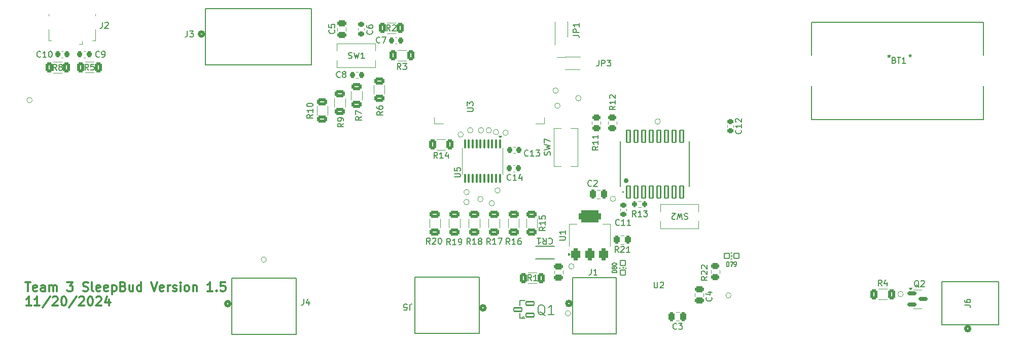
<source format=gbr>
%TF.GenerationSoftware,KiCad,Pcbnew,8.0.6*%
%TF.CreationDate,2024-11-20T22:12:31-08:00*%
%TF.ProjectId,SleepBud,536c6565-7042-4756-942e-6b696361645f,rev?*%
%TF.SameCoordinates,Original*%
%TF.FileFunction,Legend,Top*%
%TF.FilePolarity,Positive*%
%FSLAX46Y46*%
G04 Gerber Fmt 4.6, Leading zero omitted, Abs format (unit mm)*
G04 Created by KiCad (PCBNEW 8.0.6) date 2024-11-20 22:12:31*
%MOMM*%
%LPD*%
G01*
G04 APERTURE LIST*
G04 Aperture macros list*
%AMRoundRect*
0 Rectangle with rounded corners*
0 $1 Rounding radius*
0 $2 $3 $4 $5 $6 $7 $8 $9 X,Y pos of 4 corners*
0 Add a 4 corners polygon primitive as box body*
4,1,4,$2,$3,$4,$5,$6,$7,$8,$9,$2,$3,0*
0 Add four circle primitives for the rounded corners*
1,1,$1+$1,$2,$3*
1,1,$1+$1,$4,$5*
1,1,$1+$1,$6,$7*
1,1,$1+$1,$8,$9*
0 Add four rect primitives between the rounded corners*
20,1,$1+$1,$2,$3,$4,$5,0*
20,1,$1+$1,$4,$5,$6,$7,0*
20,1,$1+$1,$6,$7,$8,$9,0*
20,1,$1+$1,$8,$9,$2,$3,0*%
G04 Aperture macros list end*
%ADD10C,0.300000*%
%ADD11C,0.150000*%
%ADD12C,0.200000*%
%ADD13C,0.120000*%
%ADD14C,0.050000*%
%ADD15C,0.100000*%
%ADD16C,0.152400*%
%ADD17C,0.508000*%
%ADD18C,0.127000*%
%ADD19C,0.400000*%
%ADD20R,1.500000X0.900000*%
%ADD21R,0.900000X1.500000*%
%ADD22C,0.600000*%
%ADD23R,3.900000X3.900000*%
%ADD24C,0.750000*%
%ADD25RoundRect,0.102000X0.400000X-0.400000X0.400000X0.400000X-0.400000X0.400000X-0.400000X-0.400000X0*%
%ADD26R,1.500000X2.500000*%
%ADD27R,7.000000X7.000000*%
%ADD28RoundRect,0.102000X0.660400X0.279400X-0.660400X0.279400X-0.660400X-0.279400X0.660400X-0.279400X0*%
%ADD29RoundRect,0.225000X-0.250000X0.225000X-0.250000X-0.225000X0.250000X-0.225000X0.250000X0.225000X0*%
%ADD30RoundRect,0.250000X-0.312500X-0.625000X0.312500X-0.625000X0.312500X0.625000X-0.312500X0.625000X0*%
%ADD31RoundRect,0.225000X-0.225000X-0.250000X0.225000X-0.250000X0.225000X0.250000X-0.225000X0.250000X0*%
%ADD32RoundRect,0.102000X0.400000X0.400000X-0.400000X0.400000X-0.400000X-0.400000X0.400000X-0.400000X0*%
%ADD33RoundRect,0.250000X0.625000X-0.312500X0.625000X0.312500X-0.625000X0.312500X-0.625000X-0.312500X0*%
%ADD34RoundRect,0.250000X0.450000X-0.262500X0.450000X0.262500X-0.450000X0.262500X-0.450000X-0.262500X0*%
%ADD35RoundRect,0.250000X-0.625000X0.312500X-0.625000X-0.312500X0.625000X-0.312500X0.625000X0.312500X0*%
%ADD36R,1.250000X1.000000*%
%ADD37C,1.701800*%
%ADD38R,0.500000X2.000000*%
%ADD39R,1.143000X1.092200*%
%ADD40RoundRect,0.250000X-0.250000X-0.475000X0.250000X-0.475000X0.250000X0.475000X-0.250000X0.475000X0*%
%ADD41RoundRect,0.100000X-0.100000X0.637500X-0.100000X-0.637500X0.100000X-0.637500X0.100000X0.637500X0*%
%ADD42RoundRect,0.250000X0.312500X0.625000X-0.312500X0.625000X-0.312500X-0.625000X0.312500X-0.625000X0*%
%ADD43R,1.000000X1.250000*%
%ADD44R,0.400000X1.350000*%
%ADD45O,1.200000X1.900000*%
%ADD46R,1.200000X1.900000*%
%ADD47C,1.450000*%
%ADD48R,1.500000X1.900000*%
%ADD49R,2.000000X0.500000*%
%ADD50RoundRect,0.225000X0.225000X0.250000X-0.225000X0.250000X-0.225000X-0.250000X0.225000X-0.250000X0*%
%ADD51RoundRect,0.200000X-0.200000X-0.275000X0.200000X-0.275000X0.200000X0.275000X-0.200000X0.275000X0*%
%ADD52RoundRect,0.250000X-0.450000X0.262500X-0.450000X-0.262500X0.450000X-0.262500X0.450000X0.262500X0*%
%ADD53RoundRect,0.250000X-0.475000X0.250000X-0.475000X-0.250000X0.475000X-0.250000X0.475000X0.250000X0*%
%ADD54RoundRect,0.099250X0.297750X-1.027750X0.297750X1.027750X-0.297750X1.027750X-0.297750X-1.027750X0*%
%ADD55R,3.810000X4.495800*%
%ADD56RoundRect,0.375000X0.375000X-0.625000X0.375000X0.625000X-0.375000X0.625000X-0.375000X-0.625000X0*%
%ADD57RoundRect,0.500000X1.400000X-0.500000X1.400000X0.500000X-1.400000X0.500000X-1.400000X-0.500000X0*%
%ADD58RoundRect,0.250000X0.262500X0.450000X-0.262500X0.450000X-0.262500X-0.450000X0.262500X-0.450000X0*%
%ADD59RoundRect,0.150000X-0.587500X-0.150000X0.587500X-0.150000X0.587500X0.150000X-0.587500X0.150000X0*%
G04 APERTURE END LIST*
D10*
X58820225Y-99985912D02*
X59677368Y-99985912D01*
X59248796Y-101485912D02*
X59248796Y-99985912D01*
X60748796Y-101414484D02*
X60605939Y-101485912D01*
X60605939Y-101485912D02*
X60320225Y-101485912D01*
X60320225Y-101485912D02*
X60177367Y-101414484D01*
X60177367Y-101414484D02*
X60105939Y-101271626D01*
X60105939Y-101271626D02*
X60105939Y-100700198D01*
X60105939Y-100700198D02*
X60177367Y-100557341D01*
X60177367Y-100557341D02*
X60320225Y-100485912D01*
X60320225Y-100485912D02*
X60605939Y-100485912D01*
X60605939Y-100485912D02*
X60748796Y-100557341D01*
X60748796Y-100557341D02*
X60820225Y-100700198D01*
X60820225Y-100700198D02*
X60820225Y-100843055D01*
X60820225Y-100843055D02*
X60105939Y-100985912D01*
X62105939Y-101485912D02*
X62105939Y-100700198D01*
X62105939Y-100700198D02*
X62034510Y-100557341D01*
X62034510Y-100557341D02*
X61891653Y-100485912D01*
X61891653Y-100485912D02*
X61605939Y-100485912D01*
X61605939Y-100485912D02*
X61463081Y-100557341D01*
X62105939Y-101414484D02*
X61963081Y-101485912D01*
X61963081Y-101485912D02*
X61605939Y-101485912D01*
X61605939Y-101485912D02*
X61463081Y-101414484D01*
X61463081Y-101414484D02*
X61391653Y-101271626D01*
X61391653Y-101271626D02*
X61391653Y-101128769D01*
X61391653Y-101128769D02*
X61463081Y-100985912D01*
X61463081Y-100985912D02*
X61605939Y-100914484D01*
X61605939Y-100914484D02*
X61963081Y-100914484D01*
X61963081Y-100914484D02*
X62105939Y-100843055D01*
X62820224Y-101485912D02*
X62820224Y-100485912D01*
X62820224Y-100628769D02*
X62891653Y-100557341D01*
X62891653Y-100557341D02*
X63034510Y-100485912D01*
X63034510Y-100485912D02*
X63248796Y-100485912D01*
X63248796Y-100485912D02*
X63391653Y-100557341D01*
X63391653Y-100557341D02*
X63463082Y-100700198D01*
X63463082Y-100700198D02*
X63463082Y-101485912D01*
X63463082Y-100700198D02*
X63534510Y-100557341D01*
X63534510Y-100557341D02*
X63677367Y-100485912D01*
X63677367Y-100485912D02*
X63891653Y-100485912D01*
X63891653Y-100485912D02*
X64034510Y-100557341D01*
X64034510Y-100557341D02*
X64105939Y-100700198D01*
X64105939Y-100700198D02*
X64105939Y-101485912D01*
X65820224Y-99985912D02*
X66748796Y-99985912D01*
X66748796Y-99985912D02*
X66248796Y-100557341D01*
X66248796Y-100557341D02*
X66463081Y-100557341D01*
X66463081Y-100557341D02*
X66605939Y-100628769D01*
X66605939Y-100628769D02*
X66677367Y-100700198D01*
X66677367Y-100700198D02*
X66748796Y-100843055D01*
X66748796Y-100843055D02*
X66748796Y-101200198D01*
X66748796Y-101200198D02*
X66677367Y-101343055D01*
X66677367Y-101343055D02*
X66605939Y-101414484D01*
X66605939Y-101414484D02*
X66463081Y-101485912D01*
X66463081Y-101485912D02*
X66034510Y-101485912D01*
X66034510Y-101485912D02*
X65891653Y-101414484D01*
X65891653Y-101414484D02*
X65820224Y-101343055D01*
X68463081Y-101414484D02*
X68677367Y-101485912D01*
X68677367Y-101485912D02*
X69034509Y-101485912D01*
X69034509Y-101485912D02*
X69177367Y-101414484D01*
X69177367Y-101414484D02*
X69248795Y-101343055D01*
X69248795Y-101343055D02*
X69320224Y-101200198D01*
X69320224Y-101200198D02*
X69320224Y-101057341D01*
X69320224Y-101057341D02*
X69248795Y-100914484D01*
X69248795Y-100914484D02*
X69177367Y-100843055D01*
X69177367Y-100843055D02*
X69034509Y-100771626D01*
X69034509Y-100771626D02*
X68748795Y-100700198D01*
X68748795Y-100700198D02*
X68605938Y-100628769D01*
X68605938Y-100628769D02*
X68534509Y-100557341D01*
X68534509Y-100557341D02*
X68463081Y-100414484D01*
X68463081Y-100414484D02*
X68463081Y-100271626D01*
X68463081Y-100271626D02*
X68534509Y-100128769D01*
X68534509Y-100128769D02*
X68605938Y-100057341D01*
X68605938Y-100057341D02*
X68748795Y-99985912D01*
X68748795Y-99985912D02*
X69105938Y-99985912D01*
X69105938Y-99985912D02*
X69320224Y-100057341D01*
X70177366Y-101485912D02*
X70034509Y-101414484D01*
X70034509Y-101414484D02*
X69963080Y-101271626D01*
X69963080Y-101271626D02*
X69963080Y-99985912D01*
X71320223Y-101414484D02*
X71177366Y-101485912D01*
X71177366Y-101485912D02*
X70891652Y-101485912D01*
X70891652Y-101485912D02*
X70748794Y-101414484D01*
X70748794Y-101414484D02*
X70677366Y-101271626D01*
X70677366Y-101271626D02*
X70677366Y-100700198D01*
X70677366Y-100700198D02*
X70748794Y-100557341D01*
X70748794Y-100557341D02*
X70891652Y-100485912D01*
X70891652Y-100485912D02*
X71177366Y-100485912D01*
X71177366Y-100485912D02*
X71320223Y-100557341D01*
X71320223Y-100557341D02*
X71391652Y-100700198D01*
X71391652Y-100700198D02*
X71391652Y-100843055D01*
X71391652Y-100843055D02*
X70677366Y-100985912D01*
X72605937Y-101414484D02*
X72463080Y-101485912D01*
X72463080Y-101485912D02*
X72177366Y-101485912D01*
X72177366Y-101485912D02*
X72034508Y-101414484D01*
X72034508Y-101414484D02*
X71963080Y-101271626D01*
X71963080Y-101271626D02*
X71963080Y-100700198D01*
X71963080Y-100700198D02*
X72034508Y-100557341D01*
X72034508Y-100557341D02*
X72177366Y-100485912D01*
X72177366Y-100485912D02*
X72463080Y-100485912D01*
X72463080Y-100485912D02*
X72605937Y-100557341D01*
X72605937Y-100557341D02*
X72677366Y-100700198D01*
X72677366Y-100700198D02*
X72677366Y-100843055D01*
X72677366Y-100843055D02*
X71963080Y-100985912D01*
X73320222Y-100485912D02*
X73320222Y-101985912D01*
X73320222Y-100557341D02*
X73463080Y-100485912D01*
X73463080Y-100485912D02*
X73748794Y-100485912D01*
X73748794Y-100485912D02*
X73891651Y-100557341D01*
X73891651Y-100557341D02*
X73963080Y-100628769D01*
X73963080Y-100628769D02*
X74034508Y-100771626D01*
X74034508Y-100771626D02*
X74034508Y-101200198D01*
X74034508Y-101200198D02*
X73963080Y-101343055D01*
X73963080Y-101343055D02*
X73891651Y-101414484D01*
X73891651Y-101414484D02*
X73748794Y-101485912D01*
X73748794Y-101485912D02*
X73463080Y-101485912D01*
X73463080Y-101485912D02*
X73320222Y-101414484D01*
X75177365Y-100700198D02*
X75391651Y-100771626D01*
X75391651Y-100771626D02*
X75463080Y-100843055D01*
X75463080Y-100843055D02*
X75534508Y-100985912D01*
X75534508Y-100985912D02*
X75534508Y-101200198D01*
X75534508Y-101200198D02*
X75463080Y-101343055D01*
X75463080Y-101343055D02*
X75391651Y-101414484D01*
X75391651Y-101414484D02*
X75248794Y-101485912D01*
X75248794Y-101485912D02*
X74677365Y-101485912D01*
X74677365Y-101485912D02*
X74677365Y-99985912D01*
X74677365Y-99985912D02*
X75177365Y-99985912D01*
X75177365Y-99985912D02*
X75320223Y-100057341D01*
X75320223Y-100057341D02*
X75391651Y-100128769D01*
X75391651Y-100128769D02*
X75463080Y-100271626D01*
X75463080Y-100271626D02*
X75463080Y-100414484D01*
X75463080Y-100414484D02*
X75391651Y-100557341D01*
X75391651Y-100557341D02*
X75320223Y-100628769D01*
X75320223Y-100628769D02*
X75177365Y-100700198D01*
X75177365Y-100700198D02*
X74677365Y-100700198D01*
X76820223Y-100485912D02*
X76820223Y-101485912D01*
X76177365Y-100485912D02*
X76177365Y-101271626D01*
X76177365Y-101271626D02*
X76248794Y-101414484D01*
X76248794Y-101414484D02*
X76391651Y-101485912D01*
X76391651Y-101485912D02*
X76605937Y-101485912D01*
X76605937Y-101485912D02*
X76748794Y-101414484D01*
X76748794Y-101414484D02*
X76820223Y-101343055D01*
X78177366Y-101485912D02*
X78177366Y-99985912D01*
X78177366Y-101414484D02*
X78034508Y-101485912D01*
X78034508Y-101485912D02*
X77748794Y-101485912D01*
X77748794Y-101485912D02*
X77605937Y-101414484D01*
X77605937Y-101414484D02*
X77534508Y-101343055D01*
X77534508Y-101343055D02*
X77463080Y-101200198D01*
X77463080Y-101200198D02*
X77463080Y-100771626D01*
X77463080Y-100771626D02*
X77534508Y-100628769D01*
X77534508Y-100628769D02*
X77605937Y-100557341D01*
X77605937Y-100557341D02*
X77748794Y-100485912D01*
X77748794Y-100485912D02*
X78034508Y-100485912D01*
X78034508Y-100485912D02*
X78177366Y-100557341D01*
X79820223Y-99985912D02*
X80320223Y-101485912D01*
X80320223Y-101485912D02*
X80820223Y-99985912D01*
X81891651Y-101414484D02*
X81748794Y-101485912D01*
X81748794Y-101485912D02*
X81463080Y-101485912D01*
X81463080Y-101485912D02*
X81320222Y-101414484D01*
X81320222Y-101414484D02*
X81248794Y-101271626D01*
X81248794Y-101271626D02*
X81248794Y-100700198D01*
X81248794Y-100700198D02*
X81320222Y-100557341D01*
X81320222Y-100557341D02*
X81463080Y-100485912D01*
X81463080Y-100485912D02*
X81748794Y-100485912D01*
X81748794Y-100485912D02*
X81891651Y-100557341D01*
X81891651Y-100557341D02*
X81963080Y-100700198D01*
X81963080Y-100700198D02*
X81963080Y-100843055D01*
X81963080Y-100843055D02*
X81248794Y-100985912D01*
X82605936Y-101485912D02*
X82605936Y-100485912D01*
X82605936Y-100771626D02*
X82677365Y-100628769D01*
X82677365Y-100628769D02*
X82748794Y-100557341D01*
X82748794Y-100557341D02*
X82891651Y-100485912D01*
X82891651Y-100485912D02*
X83034508Y-100485912D01*
X83463079Y-101414484D02*
X83605936Y-101485912D01*
X83605936Y-101485912D02*
X83891650Y-101485912D01*
X83891650Y-101485912D02*
X84034507Y-101414484D01*
X84034507Y-101414484D02*
X84105936Y-101271626D01*
X84105936Y-101271626D02*
X84105936Y-101200198D01*
X84105936Y-101200198D02*
X84034507Y-101057341D01*
X84034507Y-101057341D02*
X83891650Y-100985912D01*
X83891650Y-100985912D02*
X83677365Y-100985912D01*
X83677365Y-100985912D02*
X83534507Y-100914484D01*
X83534507Y-100914484D02*
X83463079Y-100771626D01*
X83463079Y-100771626D02*
X83463079Y-100700198D01*
X83463079Y-100700198D02*
X83534507Y-100557341D01*
X83534507Y-100557341D02*
X83677365Y-100485912D01*
X83677365Y-100485912D02*
X83891650Y-100485912D01*
X83891650Y-100485912D02*
X84034507Y-100557341D01*
X84748793Y-101485912D02*
X84748793Y-100485912D01*
X84748793Y-99985912D02*
X84677365Y-100057341D01*
X84677365Y-100057341D02*
X84748793Y-100128769D01*
X84748793Y-100128769D02*
X84820222Y-100057341D01*
X84820222Y-100057341D02*
X84748793Y-99985912D01*
X84748793Y-99985912D02*
X84748793Y-100128769D01*
X85677365Y-101485912D02*
X85534508Y-101414484D01*
X85534508Y-101414484D02*
X85463079Y-101343055D01*
X85463079Y-101343055D02*
X85391651Y-101200198D01*
X85391651Y-101200198D02*
X85391651Y-100771626D01*
X85391651Y-100771626D02*
X85463079Y-100628769D01*
X85463079Y-100628769D02*
X85534508Y-100557341D01*
X85534508Y-100557341D02*
X85677365Y-100485912D01*
X85677365Y-100485912D02*
X85891651Y-100485912D01*
X85891651Y-100485912D02*
X86034508Y-100557341D01*
X86034508Y-100557341D02*
X86105937Y-100628769D01*
X86105937Y-100628769D02*
X86177365Y-100771626D01*
X86177365Y-100771626D02*
X86177365Y-101200198D01*
X86177365Y-101200198D02*
X86105937Y-101343055D01*
X86105937Y-101343055D02*
X86034508Y-101414484D01*
X86034508Y-101414484D02*
X85891651Y-101485912D01*
X85891651Y-101485912D02*
X85677365Y-101485912D01*
X86820222Y-100485912D02*
X86820222Y-101485912D01*
X86820222Y-100628769D02*
X86891651Y-100557341D01*
X86891651Y-100557341D02*
X87034508Y-100485912D01*
X87034508Y-100485912D02*
X87248794Y-100485912D01*
X87248794Y-100485912D02*
X87391651Y-100557341D01*
X87391651Y-100557341D02*
X87463080Y-100700198D01*
X87463080Y-100700198D02*
X87463080Y-101485912D01*
X90105937Y-101485912D02*
X89248794Y-101485912D01*
X89677365Y-101485912D02*
X89677365Y-99985912D01*
X89677365Y-99985912D02*
X89534508Y-100200198D01*
X89534508Y-100200198D02*
X89391651Y-100343055D01*
X89391651Y-100343055D02*
X89248794Y-100414484D01*
X90748793Y-101343055D02*
X90820222Y-101414484D01*
X90820222Y-101414484D02*
X90748793Y-101485912D01*
X90748793Y-101485912D02*
X90677365Y-101414484D01*
X90677365Y-101414484D02*
X90748793Y-101343055D01*
X90748793Y-101343055D02*
X90748793Y-101485912D01*
X92177365Y-99985912D02*
X91463079Y-99985912D01*
X91463079Y-99985912D02*
X91391651Y-100700198D01*
X91391651Y-100700198D02*
X91463079Y-100628769D01*
X91463079Y-100628769D02*
X91605937Y-100557341D01*
X91605937Y-100557341D02*
X91963079Y-100557341D01*
X91963079Y-100557341D02*
X92105937Y-100628769D01*
X92105937Y-100628769D02*
X92177365Y-100700198D01*
X92177365Y-100700198D02*
X92248794Y-100843055D01*
X92248794Y-100843055D02*
X92248794Y-101200198D01*
X92248794Y-101200198D02*
X92177365Y-101343055D01*
X92177365Y-101343055D02*
X92105937Y-101414484D01*
X92105937Y-101414484D02*
X91963079Y-101485912D01*
X91963079Y-101485912D02*
X91605937Y-101485912D01*
X91605937Y-101485912D02*
X91463079Y-101414484D01*
X91463079Y-101414484D02*
X91391651Y-101343055D01*
X59820225Y-103900828D02*
X58963082Y-103900828D01*
X59391653Y-103900828D02*
X59391653Y-102400828D01*
X59391653Y-102400828D02*
X59248796Y-102615114D01*
X59248796Y-102615114D02*
X59105939Y-102757971D01*
X59105939Y-102757971D02*
X58963082Y-102829400D01*
X61248796Y-103900828D02*
X60391653Y-103900828D01*
X60820224Y-103900828D02*
X60820224Y-102400828D01*
X60820224Y-102400828D02*
X60677367Y-102615114D01*
X60677367Y-102615114D02*
X60534510Y-102757971D01*
X60534510Y-102757971D02*
X60391653Y-102829400D01*
X62963081Y-102329400D02*
X61677367Y-104257971D01*
X63391653Y-102543685D02*
X63463081Y-102472257D01*
X63463081Y-102472257D02*
X63605939Y-102400828D01*
X63605939Y-102400828D02*
X63963081Y-102400828D01*
X63963081Y-102400828D02*
X64105939Y-102472257D01*
X64105939Y-102472257D02*
X64177367Y-102543685D01*
X64177367Y-102543685D02*
X64248796Y-102686542D01*
X64248796Y-102686542D02*
X64248796Y-102829400D01*
X64248796Y-102829400D02*
X64177367Y-103043685D01*
X64177367Y-103043685D02*
X63320224Y-103900828D01*
X63320224Y-103900828D02*
X64248796Y-103900828D01*
X65177367Y-102400828D02*
X65320224Y-102400828D01*
X65320224Y-102400828D02*
X65463081Y-102472257D01*
X65463081Y-102472257D02*
X65534510Y-102543685D01*
X65534510Y-102543685D02*
X65605938Y-102686542D01*
X65605938Y-102686542D02*
X65677367Y-102972257D01*
X65677367Y-102972257D02*
X65677367Y-103329400D01*
X65677367Y-103329400D02*
X65605938Y-103615114D01*
X65605938Y-103615114D02*
X65534510Y-103757971D01*
X65534510Y-103757971D02*
X65463081Y-103829400D01*
X65463081Y-103829400D02*
X65320224Y-103900828D01*
X65320224Y-103900828D02*
X65177367Y-103900828D01*
X65177367Y-103900828D02*
X65034510Y-103829400D01*
X65034510Y-103829400D02*
X64963081Y-103757971D01*
X64963081Y-103757971D02*
X64891652Y-103615114D01*
X64891652Y-103615114D02*
X64820224Y-103329400D01*
X64820224Y-103329400D02*
X64820224Y-102972257D01*
X64820224Y-102972257D02*
X64891652Y-102686542D01*
X64891652Y-102686542D02*
X64963081Y-102543685D01*
X64963081Y-102543685D02*
X65034510Y-102472257D01*
X65034510Y-102472257D02*
X65177367Y-102400828D01*
X67391652Y-102329400D02*
X66105938Y-104257971D01*
X67820224Y-102543685D02*
X67891652Y-102472257D01*
X67891652Y-102472257D02*
X68034510Y-102400828D01*
X68034510Y-102400828D02*
X68391652Y-102400828D01*
X68391652Y-102400828D02*
X68534510Y-102472257D01*
X68534510Y-102472257D02*
X68605938Y-102543685D01*
X68605938Y-102543685D02*
X68677367Y-102686542D01*
X68677367Y-102686542D02*
X68677367Y-102829400D01*
X68677367Y-102829400D02*
X68605938Y-103043685D01*
X68605938Y-103043685D02*
X67748795Y-103900828D01*
X67748795Y-103900828D02*
X68677367Y-103900828D01*
X69605938Y-102400828D02*
X69748795Y-102400828D01*
X69748795Y-102400828D02*
X69891652Y-102472257D01*
X69891652Y-102472257D02*
X69963081Y-102543685D01*
X69963081Y-102543685D02*
X70034509Y-102686542D01*
X70034509Y-102686542D02*
X70105938Y-102972257D01*
X70105938Y-102972257D02*
X70105938Y-103329400D01*
X70105938Y-103329400D02*
X70034509Y-103615114D01*
X70034509Y-103615114D02*
X69963081Y-103757971D01*
X69963081Y-103757971D02*
X69891652Y-103829400D01*
X69891652Y-103829400D02*
X69748795Y-103900828D01*
X69748795Y-103900828D02*
X69605938Y-103900828D01*
X69605938Y-103900828D02*
X69463081Y-103829400D01*
X69463081Y-103829400D02*
X69391652Y-103757971D01*
X69391652Y-103757971D02*
X69320223Y-103615114D01*
X69320223Y-103615114D02*
X69248795Y-103329400D01*
X69248795Y-103329400D02*
X69248795Y-102972257D01*
X69248795Y-102972257D02*
X69320223Y-102686542D01*
X69320223Y-102686542D02*
X69391652Y-102543685D01*
X69391652Y-102543685D02*
X69463081Y-102472257D01*
X69463081Y-102472257D02*
X69605938Y-102400828D01*
X70677366Y-102543685D02*
X70748794Y-102472257D01*
X70748794Y-102472257D02*
X70891652Y-102400828D01*
X70891652Y-102400828D02*
X71248794Y-102400828D01*
X71248794Y-102400828D02*
X71391652Y-102472257D01*
X71391652Y-102472257D02*
X71463080Y-102543685D01*
X71463080Y-102543685D02*
X71534509Y-102686542D01*
X71534509Y-102686542D02*
X71534509Y-102829400D01*
X71534509Y-102829400D02*
X71463080Y-103043685D01*
X71463080Y-103043685D02*
X70605937Y-103900828D01*
X70605937Y-103900828D02*
X71534509Y-103900828D01*
X72820223Y-102900828D02*
X72820223Y-103900828D01*
X72463080Y-102329400D02*
X72105937Y-103400828D01*
X72105937Y-103400828D02*
X73034508Y-103400828D01*
D11*
X132584819Y-71441904D02*
X133394342Y-71441904D01*
X133394342Y-71441904D02*
X133489580Y-71394285D01*
X133489580Y-71394285D02*
X133537200Y-71346666D01*
X133537200Y-71346666D02*
X133584819Y-71251428D01*
X133584819Y-71251428D02*
X133584819Y-71060952D01*
X133584819Y-71060952D02*
X133537200Y-70965714D01*
X133537200Y-70965714D02*
X133489580Y-70918095D01*
X133489580Y-70918095D02*
X133394342Y-70870476D01*
X133394342Y-70870476D02*
X132584819Y-70870476D01*
X132584819Y-70489523D02*
X132584819Y-69870476D01*
X132584819Y-69870476D02*
X132965771Y-70203809D01*
X132965771Y-70203809D02*
X132965771Y-70060952D01*
X132965771Y-70060952D02*
X133013390Y-69965714D01*
X133013390Y-69965714D02*
X133061009Y-69918095D01*
X133061009Y-69918095D02*
X133156247Y-69870476D01*
X133156247Y-69870476D02*
X133394342Y-69870476D01*
X133394342Y-69870476D02*
X133489580Y-69918095D01*
X133489580Y-69918095D02*
X133537200Y-69965714D01*
X133537200Y-69965714D02*
X133584819Y-70060952D01*
X133584819Y-70060952D02*
X133584819Y-70346666D01*
X133584819Y-70346666D02*
X133537200Y-70441904D01*
X133537200Y-70441904D02*
X133489580Y-70489523D01*
X157555895Y-98377143D02*
X156755895Y-98377143D01*
X156755895Y-98377143D02*
X156755895Y-98224762D01*
X156755895Y-98224762D02*
X156793990Y-98133333D01*
X156793990Y-98133333D02*
X156870180Y-98072381D01*
X156870180Y-98072381D02*
X156946371Y-98041904D01*
X156946371Y-98041904D02*
X157098752Y-98011428D01*
X157098752Y-98011428D02*
X157213038Y-98011428D01*
X157213038Y-98011428D02*
X157365419Y-98041904D01*
X157365419Y-98041904D02*
X157441609Y-98072381D01*
X157441609Y-98072381D02*
X157517800Y-98133333D01*
X157517800Y-98133333D02*
X157555895Y-98224762D01*
X157555895Y-98224762D02*
X157555895Y-98377143D01*
X157098752Y-97645714D02*
X157060657Y-97706666D01*
X157060657Y-97706666D02*
X157022561Y-97737143D01*
X157022561Y-97737143D02*
X156946371Y-97767619D01*
X156946371Y-97767619D02*
X156908276Y-97767619D01*
X156908276Y-97767619D02*
X156832085Y-97737143D01*
X156832085Y-97737143D02*
X156793990Y-97706666D01*
X156793990Y-97706666D02*
X156755895Y-97645714D01*
X156755895Y-97645714D02*
X156755895Y-97523809D01*
X156755895Y-97523809D02*
X156793990Y-97462857D01*
X156793990Y-97462857D02*
X156832085Y-97432381D01*
X156832085Y-97432381D02*
X156908276Y-97401904D01*
X156908276Y-97401904D02*
X156946371Y-97401904D01*
X156946371Y-97401904D02*
X157022561Y-97432381D01*
X157022561Y-97432381D02*
X157060657Y-97462857D01*
X157060657Y-97462857D02*
X157098752Y-97523809D01*
X157098752Y-97523809D02*
X157098752Y-97645714D01*
X157098752Y-97645714D02*
X157136847Y-97706666D01*
X157136847Y-97706666D02*
X157174942Y-97737143D01*
X157174942Y-97737143D02*
X157251133Y-97767619D01*
X157251133Y-97767619D02*
X157403514Y-97767619D01*
X157403514Y-97767619D02*
X157479704Y-97737143D01*
X157479704Y-97737143D02*
X157517800Y-97706666D01*
X157517800Y-97706666D02*
X157555895Y-97645714D01*
X157555895Y-97645714D02*
X157555895Y-97523809D01*
X157555895Y-97523809D02*
X157517800Y-97462857D01*
X157517800Y-97462857D02*
X157479704Y-97432381D01*
X157479704Y-97432381D02*
X157403514Y-97401904D01*
X157403514Y-97401904D02*
X157251133Y-97401904D01*
X157251133Y-97401904D02*
X157174942Y-97432381D01*
X157174942Y-97432381D02*
X157136847Y-97462857D01*
X157136847Y-97462857D02*
X157098752Y-97523809D01*
X156755895Y-97005714D02*
X156755895Y-96944761D01*
X156755895Y-96944761D02*
X156793990Y-96883809D01*
X156793990Y-96883809D02*
X156832085Y-96853333D01*
X156832085Y-96853333D02*
X156908276Y-96822857D01*
X156908276Y-96822857D02*
X157060657Y-96792380D01*
X157060657Y-96792380D02*
X157251133Y-96792380D01*
X157251133Y-96792380D02*
X157403514Y-96822857D01*
X157403514Y-96822857D02*
X157479704Y-96853333D01*
X157479704Y-96853333D02*
X157517800Y-96883809D01*
X157517800Y-96883809D02*
X157555895Y-96944761D01*
X157555895Y-96944761D02*
X157555895Y-97005714D01*
X157555895Y-97005714D02*
X157517800Y-97066666D01*
X157517800Y-97066666D02*
X157479704Y-97097142D01*
X157479704Y-97097142D02*
X157403514Y-97127619D01*
X157403514Y-97127619D02*
X157251133Y-97158095D01*
X157251133Y-97158095D02*
X157060657Y-97158095D01*
X157060657Y-97158095D02*
X156908276Y-97127619D01*
X156908276Y-97127619D02*
X156832085Y-97097142D01*
X156832085Y-97097142D02*
X156793990Y-97066666D01*
X156793990Y-97066666D02*
X156755895Y-97005714D01*
D12*
X163798095Y-99962219D02*
X163798095Y-100771742D01*
X163798095Y-100771742D02*
X163845714Y-100866980D01*
X163845714Y-100866980D02*
X163893333Y-100914600D01*
X163893333Y-100914600D02*
X163988571Y-100962219D01*
X163988571Y-100962219D02*
X164179047Y-100962219D01*
X164179047Y-100962219D02*
X164274285Y-100914600D01*
X164274285Y-100914600D02*
X164321904Y-100866980D01*
X164321904Y-100866980D02*
X164369523Y-100771742D01*
X164369523Y-100771742D02*
X164369523Y-99962219D01*
X164798095Y-100057457D02*
X164845714Y-100009838D01*
X164845714Y-100009838D02*
X164940952Y-99962219D01*
X164940952Y-99962219D02*
X165179047Y-99962219D01*
X165179047Y-99962219D02*
X165274285Y-100009838D01*
X165274285Y-100009838D02*
X165321904Y-100057457D01*
X165321904Y-100057457D02*
X165369523Y-100152695D01*
X165369523Y-100152695D02*
X165369523Y-100247933D01*
X165369523Y-100247933D02*
X165321904Y-100390790D01*
X165321904Y-100390790D02*
X164750476Y-100962219D01*
X164750476Y-100962219D02*
X165369523Y-100962219D01*
D11*
X145581744Y-105562268D02*
X145425488Y-105484140D01*
X145425488Y-105484140D02*
X145269232Y-105327885D01*
X145269232Y-105327885D02*
X145034849Y-105093501D01*
X145034849Y-105093501D02*
X144878593Y-105015373D01*
X144878593Y-105015373D02*
X144722337Y-105015373D01*
X144800465Y-105406012D02*
X144644210Y-105327885D01*
X144644210Y-105327885D02*
X144487954Y-105171629D01*
X144487954Y-105171629D02*
X144409826Y-104859117D01*
X144409826Y-104859117D02*
X144409826Y-104312222D01*
X144409826Y-104312222D02*
X144487954Y-103999711D01*
X144487954Y-103999711D02*
X144644210Y-103843455D01*
X144644210Y-103843455D02*
X144800465Y-103765327D01*
X144800465Y-103765327D02*
X145112977Y-103765327D01*
X145112977Y-103765327D02*
X145269232Y-103843455D01*
X145269232Y-103843455D02*
X145425488Y-103999711D01*
X145425488Y-103999711D02*
X145503616Y-104312222D01*
X145503616Y-104312222D02*
X145503616Y-104859117D01*
X145503616Y-104859117D02*
X145425488Y-105171629D01*
X145425488Y-105171629D02*
X145269232Y-105327885D01*
X145269232Y-105327885D02*
X145112977Y-105406012D01*
X145112977Y-105406012D02*
X144800465Y-105406012D01*
X147066173Y-105406012D02*
X146128639Y-105406012D01*
X146597406Y-105406012D02*
X146597406Y-103765327D01*
X146597406Y-103765327D02*
X146441150Y-103999711D01*
X146441150Y-103999711D02*
X146284895Y-104155967D01*
X146284895Y-104155967D02*
X146128639Y-104234095D01*
X116719580Y-57946666D02*
X116767200Y-57994285D01*
X116767200Y-57994285D02*
X116814819Y-58137142D01*
X116814819Y-58137142D02*
X116814819Y-58232380D01*
X116814819Y-58232380D02*
X116767200Y-58375237D01*
X116767200Y-58375237D02*
X116671961Y-58470475D01*
X116671961Y-58470475D02*
X116576723Y-58518094D01*
X116576723Y-58518094D02*
X116386247Y-58565713D01*
X116386247Y-58565713D02*
X116243390Y-58565713D01*
X116243390Y-58565713D02*
X116052914Y-58518094D01*
X116052914Y-58518094D02*
X115957676Y-58470475D01*
X115957676Y-58470475D02*
X115862438Y-58375237D01*
X115862438Y-58375237D02*
X115814819Y-58232380D01*
X115814819Y-58232380D02*
X115814819Y-58137142D01*
X115814819Y-58137142D02*
X115862438Y-57994285D01*
X115862438Y-57994285D02*
X115910057Y-57946666D01*
X115814819Y-57089523D02*
X115814819Y-57279999D01*
X115814819Y-57279999D02*
X115862438Y-57375237D01*
X115862438Y-57375237D02*
X115910057Y-57422856D01*
X115910057Y-57422856D02*
X116052914Y-57518094D01*
X116052914Y-57518094D02*
X116243390Y-57565713D01*
X116243390Y-57565713D02*
X116624342Y-57565713D01*
X116624342Y-57565713D02*
X116719580Y-57518094D01*
X116719580Y-57518094D02*
X116767200Y-57470475D01*
X116767200Y-57470475D02*
X116814819Y-57375237D01*
X116814819Y-57375237D02*
X116814819Y-57184761D01*
X116814819Y-57184761D02*
X116767200Y-57089523D01*
X116767200Y-57089523D02*
X116719580Y-57041904D01*
X116719580Y-57041904D02*
X116624342Y-56994285D01*
X116624342Y-56994285D02*
X116386247Y-56994285D01*
X116386247Y-56994285D02*
X116291009Y-57041904D01*
X116291009Y-57041904D02*
X116243390Y-57089523D01*
X116243390Y-57089523D02*
X116195771Y-57184761D01*
X116195771Y-57184761D02*
X116195771Y-57375237D01*
X116195771Y-57375237D02*
X116243390Y-57470475D01*
X116243390Y-57470475D02*
X116291009Y-57518094D01*
X116291009Y-57518094D02*
X116386247Y-57565713D01*
X121513333Y-64434819D02*
X121180000Y-63958628D01*
X120941905Y-64434819D02*
X120941905Y-63434819D01*
X120941905Y-63434819D02*
X121322857Y-63434819D01*
X121322857Y-63434819D02*
X121418095Y-63482438D01*
X121418095Y-63482438D02*
X121465714Y-63530057D01*
X121465714Y-63530057D02*
X121513333Y-63625295D01*
X121513333Y-63625295D02*
X121513333Y-63768152D01*
X121513333Y-63768152D02*
X121465714Y-63863390D01*
X121465714Y-63863390D02*
X121418095Y-63911009D01*
X121418095Y-63911009D02*
X121322857Y-63958628D01*
X121322857Y-63958628D02*
X120941905Y-63958628D01*
X121846667Y-63434819D02*
X122465714Y-63434819D01*
X122465714Y-63434819D02*
X122132381Y-63815771D01*
X122132381Y-63815771D02*
X122275238Y-63815771D01*
X122275238Y-63815771D02*
X122370476Y-63863390D01*
X122370476Y-63863390D02*
X122418095Y-63911009D01*
X122418095Y-63911009D02*
X122465714Y-64006247D01*
X122465714Y-64006247D02*
X122465714Y-64244342D01*
X122465714Y-64244342D02*
X122418095Y-64339580D01*
X122418095Y-64339580D02*
X122370476Y-64387200D01*
X122370476Y-64387200D02*
X122275238Y-64434819D01*
X122275238Y-64434819D02*
X121989524Y-64434819D01*
X121989524Y-64434819D02*
X121894286Y-64387200D01*
X121894286Y-64387200D02*
X121846667Y-64339580D01*
X139877142Y-82859580D02*
X139829523Y-82907200D01*
X139829523Y-82907200D02*
X139686666Y-82954819D01*
X139686666Y-82954819D02*
X139591428Y-82954819D01*
X139591428Y-82954819D02*
X139448571Y-82907200D01*
X139448571Y-82907200D02*
X139353333Y-82811961D01*
X139353333Y-82811961D02*
X139305714Y-82716723D01*
X139305714Y-82716723D02*
X139258095Y-82526247D01*
X139258095Y-82526247D02*
X139258095Y-82383390D01*
X139258095Y-82383390D02*
X139305714Y-82192914D01*
X139305714Y-82192914D02*
X139353333Y-82097676D01*
X139353333Y-82097676D02*
X139448571Y-82002438D01*
X139448571Y-82002438D02*
X139591428Y-81954819D01*
X139591428Y-81954819D02*
X139686666Y-81954819D01*
X139686666Y-81954819D02*
X139829523Y-82002438D01*
X139829523Y-82002438D02*
X139877142Y-82050057D01*
X140829523Y-82954819D02*
X140258095Y-82954819D01*
X140543809Y-82954819D02*
X140543809Y-81954819D01*
X140543809Y-81954819D02*
X140448571Y-82097676D01*
X140448571Y-82097676D02*
X140353333Y-82192914D01*
X140353333Y-82192914D02*
X140258095Y-82240533D01*
X141686666Y-82288152D02*
X141686666Y-82954819D01*
X141448571Y-81907200D02*
X141210476Y-82621485D01*
X141210476Y-82621485D02*
X141829523Y-82621485D01*
X143313333Y-99744819D02*
X142980000Y-99268628D01*
X142741905Y-99744819D02*
X142741905Y-98744819D01*
X142741905Y-98744819D02*
X143122857Y-98744819D01*
X143122857Y-98744819D02*
X143218095Y-98792438D01*
X143218095Y-98792438D02*
X143265714Y-98840057D01*
X143265714Y-98840057D02*
X143313333Y-98935295D01*
X143313333Y-98935295D02*
X143313333Y-99078152D01*
X143313333Y-99078152D02*
X143265714Y-99173390D01*
X143265714Y-99173390D02*
X143218095Y-99221009D01*
X143218095Y-99221009D02*
X143122857Y-99268628D01*
X143122857Y-99268628D02*
X142741905Y-99268628D01*
X144265714Y-99744819D02*
X143694286Y-99744819D01*
X143980000Y-99744819D02*
X143980000Y-98744819D01*
X143980000Y-98744819D02*
X143884762Y-98887676D01*
X143884762Y-98887676D02*
X143789524Y-98982914D01*
X143789524Y-98982914D02*
X143694286Y-99030533D01*
X175922856Y-97368695D02*
X175922856Y-96568695D01*
X175922856Y-96568695D02*
X176075237Y-96568695D01*
X176075237Y-96568695D02*
X176166666Y-96606790D01*
X176166666Y-96606790D02*
X176227618Y-96682980D01*
X176227618Y-96682980D02*
X176258095Y-96759171D01*
X176258095Y-96759171D02*
X176288571Y-96911552D01*
X176288571Y-96911552D02*
X176288571Y-97025838D01*
X176288571Y-97025838D02*
X176258095Y-97178219D01*
X176258095Y-97178219D02*
X176227618Y-97254409D01*
X176227618Y-97254409D02*
X176166666Y-97330600D01*
X176166666Y-97330600D02*
X176075237Y-97368695D01*
X176075237Y-97368695D02*
X175922856Y-97368695D01*
X176501904Y-96568695D02*
X176928571Y-96568695D01*
X176928571Y-96568695D02*
X176654285Y-97368695D01*
X177202857Y-97368695D02*
X177324761Y-97368695D01*
X177324761Y-97368695D02*
X177385714Y-97330600D01*
X177385714Y-97330600D02*
X177416190Y-97292504D01*
X177416190Y-97292504D02*
X177477142Y-97178219D01*
X177477142Y-97178219D02*
X177507619Y-97025838D01*
X177507619Y-97025838D02*
X177507619Y-96721076D01*
X177507619Y-96721076D02*
X177477142Y-96644885D01*
X177477142Y-96644885D02*
X177446666Y-96606790D01*
X177446666Y-96606790D02*
X177385714Y-96568695D01*
X177385714Y-96568695D02*
X177263809Y-96568695D01*
X177263809Y-96568695D02*
X177202857Y-96606790D01*
X177202857Y-96606790D02*
X177172380Y-96644885D01*
X177172380Y-96644885D02*
X177141904Y-96721076D01*
X177141904Y-96721076D02*
X177141904Y-96911552D01*
X177141904Y-96911552D02*
X177172380Y-96987742D01*
X177172380Y-96987742D02*
X177202857Y-97025838D01*
X177202857Y-97025838D02*
X177263809Y-97063933D01*
X177263809Y-97063933D02*
X177385714Y-97063933D01*
X177385714Y-97063933D02*
X177446666Y-97025838D01*
X177446666Y-97025838D02*
X177477142Y-96987742D01*
X177477142Y-96987742D02*
X177507619Y-96911552D01*
X106814819Y-71972857D02*
X106338628Y-72306190D01*
X106814819Y-72544285D02*
X105814819Y-72544285D01*
X105814819Y-72544285D02*
X105814819Y-72163333D01*
X105814819Y-72163333D02*
X105862438Y-72068095D01*
X105862438Y-72068095D02*
X105910057Y-72020476D01*
X105910057Y-72020476D02*
X106005295Y-71972857D01*
X106005295Y-71972857D02*
X106148152Y-71972857D01*
X106148152Y-71972857D02*
X106243390Y-72020476D01*
X106243390Y-72020476D02*
X106291009Y-72068095D01*
X106291009Y-72068095D02*
X106338628Y-72163333D01*
X106338628Y-72163333D02*
X106338628Y-72544285D01*
X106814819Y-71020476D02*
X106814819Y-71591904D01*
X106814819Y-71306190D02*
X105814819Y-71306190D01*
X105814819Y-71306190D02*
X105957676Y-71401428D01*
X105957676Y-71401428D02*
X106052914Y-71496666D01*
X106052914Y-71496666D02*
X106100533Y-71591904D01*
X105814819Y-70401428D02*
X105814819Y-70306190D01*
X105814819Y-70306190D02*
X105862438Y-70210952D01*
X105862438Y-70210952D02*
X105910057Y-70163333D01*
X105910057Y-70163333D02*
X106005295Y-70115714D01*
X106005295Y-70115714D02*
X106195771Y-70068095D01*
X106195771Y-70068095D02*
X106433866Y-70068095D01*
X106433866Y-70068095D02*
X106624342Y-70115714D01*
X106624342Y-70115714D02*
X106719580Y-70163333D01*
X106719580Y-70163333D02*
X106767200Y-70210952D01*
X106767200Y-70210952D02*
X106814819Y-70306190D01*
X106814819Y-70306190D02*
X106814819Y-70401428D01*
X106814819Y-70401428D02*
X106767200Y-70496666D01*
X106767200Y-70496666D02*
X106719580Y-70544285D01*
X106719580Y-70544285D02*
X106624342Y-70591904D01*
X106624342Y-70591904D02*
X106433866Y-70639523D01*
X106433866Y-70639523D02*
X106195771Y-70639523D01*
X106195771Y-70639523D02*
X106005295Y-70591904D01*
X106005295Y-70591904D02*
X105910057Y-70544285D01*
X105910057Y-70544285D02*
X105862438Y-70496666D01*
X105862438Y-70496666D02*
X105814819Y-70401428D01*
X154454819Y-77302857D02*
X153978628Y-77636190D01*
X154454819Y-77874285D02*
X153454819Y-77874285D01*
X153454819Y-77874285D02*
X153454819Y-77493333D01*
X153454819Y-77493333D02*
X153502438Y-77398095D01*
X153502438Y-77398095D02*
X153550057Y-77350476D01*
X153550057Y-77350476D02*
X153645295Y-77302857D01*
X153645295Y-77302857D02*
X153788152Y-77302857D01*
X153788152Y-77302857D02*
X153883390Y-77350476D01*
X153883390Y-77350476D02*
X153931009Y-77398095D01*
X153931009Y-77398095D02*
X153978628Y-77493333D01*
X153978628Y-77493333D02*
X153978628Y-77874285D01*
X154454819Y-76350476D02*
X154454819Y-76921904D01*
X154454819Y-76636190D02*
X153454819Y-76636190D01*
X153454819Y-76636190D02*
X153597676Y-76731428D01*
X153597676Y-76731428D02*
X153692914Y-76826666D01*
X153692914Y-76826666D02*
X153740533Y-76921904D01*
X154454819Y-75398095D02*
X154454819Y-75969523D01*
X154454819Y-75683809D02*
X153454819Y-75683809D01*
X153454819Y-75683809D02*
X153597676Y-75779047D01*
X153597676Y-75779047D02*
X153692914Y-75874285D01*
X153692914Y-75874285D02*
X153740533Y-75969523D01*
X129777142Y-93704819D02*
X129443809Y-93228628D01*
X129205714Y-93704819D02*
X129205714Y-92704819D01*
X129205714Y-92704819D02*
X129586666Y-92704819D01*
X129586666Y-92704819D02*
X129681904Y-92752438D01*
X129681904Y-92752438D02*
X129729523Y-92800057D01*
X129729523Y-92800057D02*
X129777142Y-92895295D01*
X129777142Y-92895295D02*
X129777142Y-93038152D01*
X129777142Y-93038152D02*
X129729523Y-93133390D01*
X129729523Y-93133390D02*
X129681904Y-93181009D01*
X129681904Y-93181009D02*
X129586666Y-93228628D01*
X129586666Y-93228628D02*
X129205714Y-93228628D01*
X130729523Y-93704819D02*
X130158095Y-93704819D01*
X130443809Y-93704819D02*
X130443809Y-92704819D01*
X130443809Y-92704819D02*
X130348571Y-92847676D01*
X130348571Y-92847676D02*
X130253333Y-92942914D01*
X130253333Y-92942914D02*
X130158095Y-92990533D01*
X131205714Y-93704819D02*
X131396190Y-93704819D01*
X131396190Y-93704819D02*
X131491428Y-93657200D01*
X131491428Y-93657200D02*
X131539047Y-93609580D01*
X131539047Y-93609580D02*
X131634285Y-93466723D01*
X131634285Y-93466723D02*
X131681904Y-93276247D01*
X131681904Y-93276247D02*
X131681904Y-92895295D01*
X131681904Y-92895295D02*
X131634285Y-92800057D01*
X131634285Y-92800057D02*
X131586666Y-92752438D01*
X131586666Y-92752438D02*
X131491428Y-92704819D01*
X131491428Y-92704819D02*
X131300952Y-92704819D01*
X131300952Y-92704819D02*
X131205714Y-92752438D01*
X131205714Y-92752438D02*
X131158095Y-92800057D01*
X131158095Y-92800057D02*
X131110476Y-92895295D01*
X131110476Y-92895295D02*
X131110476Y-93133390D01*
X131110476Y-93133390D02*
X131158095Y-93228628D01*
X131158095Y-93228628D02*
X131205714Y-93276247D01*
X131205714Y-93276247D02*
X131300952Y-93323866D01*
X131300952Y-93323866D02*
X131491428Y-93323866D01*
X131491428Y-93323866D02*
X131586666Y-93276247D01*
X131586666Y-93276247D02*
X131634285Y-93228628D01*
X131634285Y-93228628D02*
X131681904Y-93133390D01*
X157967142Y-90399580D02*
X157919523Y-90447200D01*
X157919523Y-90447200D02*
X157776666Y-90494819D01*
X157776666Y-90494819D02*
X157681428Y-90494819D01*
X157681428Y-90494819D02*
X157538571Y-90447200D01*
X157538571Y-90447200D02*
X157443333Y-90351961D01*
X157443333Y-90351961D02*
X157395714Y-90256723D01*
X157395714Y-90256723D02*
X157348095Y-90066247D01*
X157348095Y-90066247D02*
X157348095Y-89923390D01*
X157348095Y-89923390D02*
X157395714Y-89732914D01*
X157395714Y-89732914D02*
X157443333Y-89637676D01*
X157443333Y-89637676D02*
X157538571Y-89542438D01*
X157538571Y-89542438D02*
X157681428Y-89494819D01*
X157681428Y-89494819D02*
X157776666Y-89494819D01*
X157776666Y-89494819D02*
X157919523Y-89542438D01*
X157919523Y-89542438D02*
X157967142Y-89590057D01*
X158919523Y-90494819D02*
X158348095Y-90494819D01*
X158633809Y-90494819D02*
X158633809Y-89494819D01*
X158633809Y-89494819D02*
X158538571Y-89637676D01*
X158538571Y-89637676D02*
X158443333Y-89732914D01*
X158443333Y-89732914D02*
X158348095Y-89780533D01*
X159871904Y-90494819D02*
X159300476Y-90494819D01*
X159586190Y-90494819D02*
X159586190Y-89494819D01*
X159586190Y-89494819D02*
X159490952Y-89637676D01*
X159490952Y-89637676D02*
X159395714Y-89732914D01*
X159395714Y-89732914D02*
X159300476Y-89780533D01*
X169413332Y-88532800D02*
X169270475Y-88485180D01*
X169270475Y-88485180D02*
X169032380Y-88485180D01*
X169032380Y-88485180D02*
X168937142Y-88532800D01*
X168937142Y-88532800D02*
X168889523Y-88580419D01*
X168889523Y-88580419D02*
X168841904Y-88675657D01*
X168841904Y-88675657D02*
X168841904Y-88770895D01*
X168841904Y-88770895D02*
X168889523Y-88866133D01*
X168889523Y-88866133D02*
X168937142Y-88913752D01*
X168937142Y-88913752D02*
X169032380Y-88961371D01*
X169032380Y-88961371D02*
X169222856Y-89008990D01*
X169222856Y-89008990D02*
X169318094Y-89056609D01*
X169318094Y-89056609D02*
X169365713Y-89104228D01*
X169365713Y-89104228D02*
X169413332Y-89199466D01*
X169413332Y-89199466D02*
X169413332Y-89294704D01*
X169413332Y-89294704D02*
X169365713Y-89389942D01*
X169365713Y-89389942D02*
X169318094Y-89437561D01*
X169318094Y-89437561D02*
X169222856Y-89485180D01*
X169222856Y-89485180D02*
X168984761Y-89485180D01*
X168984761Y-89485180D02*
X168841904Y-89437561D01*
X168508570Y-89485180D02*
X168270475Y-88485180D01*
X168270475Y-88485180D02*
X168079999Y-89199466D01*
X168079999Y-89199466D02*
X167889523Y-88485180D01*
X167889523Y-88485180D02*
X167651428Y-89485180D01*
X167318094Y-89389942D02*
X167270475Y-89437561D01*
X167270475Y-89437561D02*
X167175237Y-89485180D01*
X167175237Y-89485180D02*
X166937142Y-89485180D01*
X166937142Y-89485180D02*
X166841904Y-89437561D01*
X166841904Y-89437561D02*
X166794285Y-89389942D01*
X166794285Y-89389942D02*
X166746666Y-89294704D01*
X166746666Y-89294704D02*
X166746666Y-89199466D01*
X166746666Y-89199466D02*
X166794285Y-89056609D01*
X166794285Y-89056609D02*
X167365713Y-88485180D01*
X167365713Y-88485180D02*
X166746666Y-88485180D01*
X122983333Y-104645180D02*
X122983333Y-103930895D01*
X122983333Y-103930895D02*
X123030952Y-103788038D01*
X123030952Y-103788038D02*
X123126190Y-103692800D01*
X123126190Y-103692800D02*
X123269047Y-103645180D01*
X123269047Y-103645180D02*
X123364285Y-103645180D01*
X122030952Y-104645180D02*
X122507142Y-104645180D01*
X122507142Y-104645180D02*
X122554761Y-104168990D01*
X122554761Y-104168990D02*
X122507142Y-104216609D01*
X122507142Y-104216609D02*
X122411904Y-104264228D01*
X122411904Y-104264228D02*
X122173809Y-104264228D01*
X122173809Y-104264228D02*
X122078571Y-104216609D01*
X122078571Y-104216609D02*
X122030952Y-104168990D01*
X122030952Y-104168990D02*
X121983333Y-104073752D01*
X121983333Y-104073752D02*
X121983333Y-103835657D01*
X121983333Y-103835657D02*
X122030952Y-103740419D01*
X122030952Y-103740419D02*
X122078571Y-103692800D01*
X122078571Y-103692800D02*
X122173809Y-103645180D01*
X122173809Y-103645180D02*
X122411904Y-103645180D01*
X122411904Y-103645180D02*
X122507142Y-103692800D01*
X122507142Y-103692800D02*
X122554761Y-103740419D01*
X71183333Y-62289580D02*
X71135714Y-62337200D01*
X71135714Y-62337200D02*
X70992857Y-62384819D01*
X70992857Y-62384819D02*
X70897619Y-62384819D01*
X70897619Y-62384819D02*
X70754762Y-62337200D01*
X70754762Y-62337200D02*
X70659524Y-62241961D01*
X70659524Y-62241961D02*
X70611905Y-62146723D01*
X70611905Y-62146723D02*
X70564286Y-61956247D01*
X70564286Y-61956247D02*
X70564286Y-61813390D01*
X70564286Y-61813390D02*
X70611905Y-61622914D01*
X70611905Y-61622914D02*
X70659524Y-61527676D01*
X70659524Y-61527676D02*
X70754762Y-61432438D01*
X70754762Y-61432438D02*
X70897619Y-61384819D01*
X70897619Y-61384819D02*
X70992857Y-61384819D01*
X70992857Y-61384819D02*
X71135714Y-61432438D01*
X71135714Y-61432438D02*
X71183333Y-61480057D01*
X71659524Y-62384819D02*
X71850000Y-62384819D01*
X71850000Y-62384819D02*
X71945238Y-62337200D01*
X71945238Y-62337200D02*
X71992857Y-62289580D01*
X71992857Y-62289580D02*
X72088095Y-62146723D01*
X72088095Y-62146723D02*
X72135714Y-61956247D01*
X72135714Y-61956247D02*
X72135714Y-61575295D01*
X72135714Y-61575295D02*
X72088095Y-61480057D01*
X72088095Y-61480057D02*
X72040476Y-61432438D01*
X72040476Y-61432438D02*
X71945238Y-61384819D01*
X71945238Y-61384819D02*
X71754762Y-61384819D01*
X71754762Y-61384819D02*
X71659524Y-61432438D01*
X71659524Y-61432438D02*
X71611905Y-61480057D01*
X71611905Y-61480057D02*
X71564286Y-61575295D01*
X71564286Y-61575295D02*
X71564286Y-61813390D01*
X71564286Y-61813390D02*
X71611905Y-61908628D01*
X71611905Y-61908628D02*
X71659524Y-61956247D01*
X71659524Y-61956247D02*
X71754762Y-62003866D01*
X71754762Y-62003866D02*
X71945238Y-62003866D01*
X71945238Y-62003866D02*
X72040476Y-61956247D01*
X72040476Y-61956247D02*
X72088095Y-61908628D01*
X72088095Y-61908628D02*
X72135714Y-61813390D01*
X111393333Y-65689580D02*
X111345714Y-65737200D01*
X111345714Y-65737200D02*
X111202857Y-65784819D01*
X111202857Y-65784819D02*
X111107619Y-65784819D01*
X111107619Y-65784819D02*
X110964762Y-65737200D01*
X110964762Y-65737200D02*
X110869524Y-65641961D01*
X110869524Y-65641961D02*
X110821905Y-65546723D01*
X110821905Y-65546723D02*
X110774286Y-65356247D01*
X110774286Y-65356247D02*
X110774286Y-65213390D01*
X110774286Y-65213390D02*
X110821905Y-65022914D01*
X110821905Y-65022914D02*
X110869524Y-64927676D01*
X110869524Y-64927676D02*
X110964762Y-64832438D01*
X110964762Y-64832438D02*
X111107619Y-64784819D01*
X111107619Y-64784819D02*
X111202857Y-64784819D01*
X111202857Y-64784819D02*
X111345714Y-64832438D01*
X111345714Y-64832438D02*
X111393333Y-64880057D01*
X111964762Y-65213390D02*
X111869524Y-65165771D01*
X111869524Y-65165771D02*
X111821905Y-65118152D01*
X111821905Y-65118152D02*
X111774286Y-65022914D01*
X111774286Y-65022914D02*
X111774286Y-64975295D01*
X111774286Y-64975295D02*
X111821905Y-64880057D01*
X111821905Y-64880057D02*
X111869524Y-64832438D01*
X111869524Y-64832438D02*
X111964762Y-64784819D01*
X111964762Y-64784819D02*
X112155238Y-64784819D01*
X112155238Y-64784819D02*
X112250476Y-64832438D01*
X112250476Y-64832438D02*
X112298095Y-64880057D01*
X112298095Y-64880057D02*
X112345714Y-64975295D01*
X112345714Y-64975295D02*
X112345714Y-65022914D01*
X112345714Y-65022914D02*
X112298095Y-65118152D01*
X112298095Y-65118152D02*
X112250476Y-65165771D01*
X112250476Y-65165771D02*
X112155238Y-65213390D01*
X112155238Y-65213390D02*
X111964762Y-65213390D01*
X111964762Y-65213390D02*
X111869524Y-65261009D01*
X111869524Y-65261009D02*
X111821905Y-65308628D01*
X111821905Y-65308628D02*
X111774286Y-65403866D01*
X111774286Y-65403866D02*
X111774286Y-65594342D01*
X111774286Y-65594342D02*
X111821905Y-65689580D01*
X111821905Y-65689580D02*
X111869524Y-65737200D01*
X111869524Y-65737200D02*
X111964762Y-65784819D01*
X111964762Y-65784819D02*
X112155238Y-65784819D01*
X112155238Y-65784819D02*
X112250476Y-65737200D01*
X112250476Y-65737200D02*
X112298095Y-65689580D01*
X112298095Y-65689580D02*
X112345714Y-65594342D01*
X112345714Y-65594342D02*
X112345714Y-65403866D01*
X112345714Y-65403866D02*
X112298095Y-65308628D01*
X112298095Y-65308628D02*
X112250476Y-65261009D01*
X112250476Y-65261009D02*
X112155238Y-65213390D01*
X178279580Y-74557857D02*
X178327200Y-74605476D01*
X178327200Y-74605476D02*
X178374819Y-74748333D01*
X178374819Y-74748333D02*
X178374819Y-74843571D01*
X178374819Y-74843571D02*
X178327200Y-74986428D01*
X178327200Y-74986428D02*
X178231961Y-75081666D01*
X178231961Y-75081666D02*
X178136723Y-75129285D01*
X178136723Y-75129285D02*
X177946247Y-75176904D01*
X177946247Y-75176904D02*
X177803390Y-75176904D01*
X177803390Y-75176904D02*
X177612914Y-75129285D01*
X177612914Y-75129285D02*
X177517676Y-75081666D01*
X177517676Y-75081666D02*
X177422438Y-74986428D01*
X177422438Y-74986428D02*
X177374819Y-74843571D01*
X177374819Y-74843571D02*
X177374819Y-74748333D01*
X177374819Y-74748333D02*
X177422438Y-74605476D01*
X177422438Y-74605476D02*
X177470057Y-74557857D01*
X178374819Y-73605476D02*
X178374819Y-74176904D01*
X178374819Y-73891190D02*
X177374819Y-73891190D01*
X177374819Y-73891190D02*
X177517676Y-73986428D01*
X177517676Y-73986428D02*
X177612914Y-74081666D01*
X177612914Y-74081666D02*
X177660533Y-74176904D01*
X177470057Y-73224523D02*
X177422438Y-73176904D01*
X177422438Y-73176904D02*
X177374819Y-73081666D01*
X177374819Y-73081666D02*
X177374819Y-72843571D01*
X177374819Y-72843571D02*
X177422438Y-72748333D01*
X177422438Y-72748333D02*
X177470057Y-72700714D01*
X177470057Y-72700714D02*
X177565295Y-72653095D01*
X177565295Y-72653095D02*
X177660533Y-72653095D01*
X177660533Y-72653095D02*
X177803390Y-72700714D01*
X177803390Y-72700714D02*
X178374819Y-73272142D01*
X178374819Y-73272142D02*
X178374819Y-72653095D01*
X150254819Y-58723333D02*
X150969104Y-58723333D01*
X150969104Y-58723333D02*
X151111961Y-58770952D01*
X151111961Y-58770952D02*
X151207200Y-58866190D01*
X151207200Y-58866190D02*
X151254819Y-59009047D01*
X151254819Y-59009047D02*
X151254819Y-59104285D01*
X151254819Y-58247142D02*
X150254819Y-58247142D01*
X150254819Y-58247142D02*
X150254819Y-57866190D01*
X150254819Y-57866190D02*
X150302438Y-57770952D01*
X150302438Y-57770952D02*
X150350057Y-57723333D01*
X150350057Y-57723333D02*
X150445295Y-57675714D01*
X150445295Y-57675714D02*
X150588152Y-57675714D01*
X150588152Y-57675714D02*
X150683390Y-57723333D01*
X150683390Y-57723333D02*
X150731009Y-57770952D01*
X150731009Y-57770952D02*
X150778628Y-57866190D01*
X150778628Y-57866190D02*
X150778628Y-58247142D01*
X151254819Y-56723333D02*
X151254819Y-57294761D01*
X151254819Y-57009047D02*
X150254819Y-57009047D01*
X150254819Y-57009047D02*
X150397676Y-57104285D01*
X150397676Y-57104285D02*
X150492914Y-57199523D01*
X150492914Y-57199523D02*
X150540533Y-57294761D01*
X112776667Y-62547200D02*
X112919524Y-62594819D01*
X112919524Y-62594819D02*
X113157619Y-62594819D01*
X113157619Y-62594819D02*
X113252857Y-62547200D01*
X113252857Y-62547200D02*
X113300476Y-62499580D01*
X113300476Y-62499580D02*
X113348095Y-62404342D01*
X113348095Y-62404342D02*
X113348095Y-62309104D01*
X113348095Y-62309104D02*
X113300476Y-62213866D01*
X113300476Y-62213866D02*
X113252857Y-62166247D01*
X113252857Y-62166247D02*
X113157619Y-62118628D01*
X113157619Y-62118628D02*
X112967143Y-62071009D01*
X112967143Y-62071009D02*
X112871905Y-62023390D01*
X112871905Y-62023390D02*
X112824286Y-61975771D01*
X112824286Y-61975771D02*
X112776667Y-61880533D01*
X112776667Y-61880533D02*
X112776667Y-61785295D01*
X112776667Y-61785295D02*
X112824286Y-61690057D01*
X112824286Y-61690057D02*
X112871905Y-61642438D01*
X112871905Y-61642438D02*
X112967143Y-61594819D01*
X112967143Y-61594819D02*
X113205238Y-61594819D01*
X113205238Y-61594819D02*
X113348095Y-61642438D01*
X113681429Y-61594819D02*
X113919524Y-62594819D01*
X113919524Y-62594819D02*
X114110000Y-61880533D01*
X114110000Y-61880533D02*
X114300476Y-62594819D01*
X114300476Y-62594819D02*
X114538572Y-61594819D01*
X115443333Y-62594819D02*
X114871905Y-62594819D01*
X115157619Y-62594819D02*
X115157619Y-61594819D01*
X115157619Y-61594819D02*
X115062381Y-61737676D01*
X115062381Y-61737676D02*
X114967143Y-61832914D01*
X114967143Y-61832914D02*
X114871905Y-61880533D01*
X215599819Y-103829934D02*
X216314104Y-103829934D01*
X216314104Y-103829934D02*
X216456961Y-103877553D01*
X216456961Y-103877553D02*
X216552200Y-103972791D01*
X216552200Y-103972791D02*
X216599819Y-104115648D01*
X216599819Y-104115648D02*
X216599819Y-104210886D01*
X215599819Y-102925172D02*
X215599819Y-103115648D01*
X215599819Y-103115648D02*
X215647438Y-103210886D01*
X215647438Y-103210886D02*
X215695057Y-103258505D01*
X215695057Y-103258505D02*
X215837914Y-103353743D01*
X215837914Y-103353743D02*
X216028390Y-103401362D01*
X216028390Y-103401362D02*
X216409342Y-103401362D01*
X216409342Y-103401362D02*
X216504580Y-103353743D01*
X216504580Y-103353743D02*
X216552200Y-103306124D01*
X216552200Y-103306124D02*
X216599819Y-103210886D01*
X216599819Y-103210886D02*
X216599819Y-103020410D01*
X216599819Y-103020410D02*
X216552200Y-102925172D01*
X216552200Y-102925172D02*
X216504580Y-102877553D01*
X216504580Y-102877553D02*
X216409342Y-102829934D01*
X216409342Y-102829934D02*
X216171247Y-102829934D01*
X216171247Y-102829934D02*
X216076009Y-102877553D01*
X216076009Y-102877553D02*
X216028390Y-102925172D01*
X216028390Y-102925172D02*
X215980771Y-103020410D01*
X215980771Y-103020410D02*
X215980771Y-103210886D01*
X215980771Y-103210886D02*
X216028390Y-103306124D01*
X216028390Y-103306124D02*
X216076009Y-103353743D01*
X216076009Y-103353743D02*
X216171247Y-103401362D01*
X146196666Y-92710419D02*
X146244285Y-92662800D01*
X146244285Y-92662800D02*
X146387142Y-92615180D01*
X146387142Y-92615180D02*
X146482380Y-92615180D01*
X146482380Y-92615180D02*
X146625237Y-92662800D01*
X146625237Y-92662800D02*
X146720475Y-92758038D01*
X146720475Y-92758038D02*
X146768094Y-92853276D01*
X146768094Y-92853276D02*
X146815713Y-93043752D01*
X146815713Y-93043752D02*
X146815713Y-93186609D01*
X146815713Y-93186609D02*
X146768094Y-93377085D01*
X146768094Y-93377085D02*
X146720475Y-93472323D01*
X146720475Y-93472323D02*
X146625237Y-93567561D01*
X146625237Y-93567561D02*
X146482380Y-93615180D01*
X146482380Y-93615180D02*
X146387142Y-93615180D01*
X146387142Y-93615180D02*
X146244285Y-93567561D01*
X146244285Y-93567561D02*
X146196666Y-93519942D01*
X145196666Y-92615180D02*
X145529999Y-93091371D01*
X145768094Y-92615180D02*
X145768094Y-93615180D01*
X145768094Y-93615180D02*
X145387142Y-93615180D01*
X145387142Y-93615180D02*
X145291904Y-93567561D01*
X145291904Y-93567561D02*
X145244285Y-93519942D01*
X145244285Y-93519942D02*
X145196666Y-93424704D01*
X145196666Y-93424704D02*
X145196666Y-93281847D01*
X145196666Y-93281847D02*
X145244285Y-93186609D01*
X145244285Y-93186609D02*
X145291904Y-93138990D01*
X145291904Y-93138990D02*
X145387142Y-93091371D01*
X145387142Y-93091371D02*
X145768094Y-93091371D01*
X144244285Y-92615180D02*
X144815713Y-92615180D01*
X144529999Y-92615180D02*
X144529999Y-93615180D01*
X144529999Y-93615180D02*
X144625237Y-93472323D01*
X144625237Y-93472323D02*
X144720475Y-93377085D01*
X144720475Y-93377085D02*
X144815713Y-93329466D01*
X118053333Y-59929580D02*
X118005714Y-59977200D01*
X118005714Y-59977200D02*
X117862857Y-60024819D01*
X117862857Y-60024819D02*
X117767619Y-60024819D01*
X117767619Y-60024819D02*
X117624762Y-59977200D01*
X117624762Y-59977200D02*
X117529524Y-59881961D01*
X117529524Y-59881961D02*
X117481905Y-59786723D01*
X117481905Y-59786723D02*
X117434286Y-59596247D01*
X117434286Y-59596247D02*
X117434286Y-59453390D01*
X117434286Y-59453390D02*
X117481905Y-59262914D01*
X117481905Y-59262914D02*
X117529524Y-59167676D01*
X117529524Y-59167676D02*
X117624762Y-59072438D01*
X117624762Y-59072438D02*
X117767619Y-59024819D01*
X117767619Y-59024819D02*
X117862857Y-59024819D01*
X117862857Y-59024819D02*
X118005714Y-59072438D01*
X118005714Y-59072438D02*
X118053333Y-59120057D01*
X118386667Y-59024819D02*
X119053333Y-59024819D01*
X119053333Y-59024819D02*
X118624762Y-60024819D01*
X119743333Y-57984819D02*
X119410000Y-57508628D01*
X119171905Y-57984819D02*
X119171905Y-56984819D01*
X119171905Y-56984819D02*
X119552857Y-56984819D01*
X119552857Y-56984819D02*
X119648095Y-57032438D01*
X119648095Y-57032438D02*
X119695714Y-57080057D01*
X119695714Y-57080057D02*
X119743333Y-57175295D01*
X119743333Y-57175295D02*
X119743333Y-57318152D01*
X119743333Y-57318152D02*
X119695714Y-57413390D01*
X119695714Y-57413390D02*
X119648095Y-57461009D01*
X119648095Y-57461009D02*
X119552857Y-57508628D01*
X119552857Y-57508628D02*
X119171905Y-57508628D01*
X120124286Y-57080057D02*
X120171905Y-57032438D01*
X120171905Y-57032438D02*
X120267143Y-56984819D01*
X120267143Y-56984819D02*
X120505238Y-56984819D01*
X120505238Y-56984819D02*
X120600476Y-57032438D01*
X120600476Y-57032438D02*
X120648095Y-57080057D01*
X120648095Y-57080057D02*
X120695714Y-57175295D01*
X120695714Y-57175295D02*
X120695714Y-57270533D01*
X120695714Y-57270533D02*
X120648095Y-57413390D01*
X120648095Y-57413390D02*
X120076667Y-57984819D01*
X120076667Y-57984819D02*
X120695714Y-57984819D01*
X167543333Y-107749580D02*
X167495714Y-107797200D01*
X167495714Y-107797200D02*
X167352857Y-107844819D01*
X167352857Y-107844819D02*
X167257619Y-107844819D01*
X167257619Y-107844819D02*
X167114762Y-107797200D01*
X167114762Y-107797200D02*
X167019524Y-107701961D01*
X167019524Y-107701961D02*
X166971905Y-107606723D01*
X166971905Y-107606723D02*
X166924286Y-107416247D01*
X166924286Y-107416247D02*
X166924286Y-107273390D01*
X166924286Y-107273390D02*
X166971905Y-107082914D01*
X166971905Y-107082914D02*
X167019524Y-106987676D01*
X167019524Y-106987676D02*
X167114762Y-106892438D01*
X167114762Y-106892438D02*
X167257619Y-106844819D01*
X167257619Y-106844819D02*
X167352857Y-106844819D01*
X167352857Y-106844819D02*
X167495714Y-106892438D01*
X167495714Y-106892438D02*
X167543333Y-106940057D01*
X167876667Y-106844819D02*
X168495714Y-106844819D01*
X168495714Y-106844819D02*
X168162381Y-107225771D01*
X168162381Y-107225771D02*
X168305238Y-107225771D01*
X168305238Y-107225771D02*
X168400476Y-107273390D01*
X168400476Y-107273390D02*
X168448095Y-107321009D01*
X168448095Y-107321009D02*
X168495714Y-107416247D01*
X168495714Y-107416247D02*
X168495714Y-107654342D01*
X168495714Y-107654342D02*
X168448095Y-107749580D01*
X168448095Y-107749580D02*
X168400476Y-107797200D01*
X168400476Y-107797200D02*
X168305238Y-107844819D01*
X168305238Y-107844819D02*
X168019524Y-107844819D01*
X168019524Y-107844819D02*
X167924286Y-107797200D01*
X167924286Y-107797200D02*
X167876667Y-107749580D01*
X64043333Y-64584819D02*
X63710000Y-64108628D01*
X63471905Y-64584819D02*
X63471905Y-63584819D01*
X63471905Y-63584819D02*
X63852857Y-63584819D01*
X63852857Y-63584819D02*
X63948095Y-63632438D01*
X63948095Y-63632438D02*
X63995714Y-63680057D01*
X63995714Y-63680057D02*
X64043333Y-63775295D01*
X64043333Y-63775295D02*
X64043333Y-63918152D01*
X64043333Y-63918152D02*
X63995714Y-64013390D01*
X63995714Y-64013390D02*
X63948095Y-64061009D01*
X63948095Y-64061009D02*
X63852857Y-64108628D01*
X63852857Y-64108628D02*
X63471905Y-64108628D01*
X64614762Y-64013390D02*
X64519524Y-63965771D01*
X64519524Y-63965771D02*
X64471905Y-63918152D01*
X64471905Y-63918152D02*
X64424286Y-63822914D01*
X64424286Y-63822914D02*
X64424286Y-63775295D01*
X64424286Y-63775295D02*
X64471905Y-63680057D01*
X64471905Y-63680057D02*
X64519524Y-63632438D01*
X64519524Y-63632438D02*
X64614762Y-63584819D01*
X64614762Y-63584819D02*
X64805238Y-63584819D01*
X64805238Y-63584819D02*
X64900476Y-63632438D01*
X64900476Y-63632438D02*
X64948095Y-63680057D01*
X64948095Y-63680057D02*
X64995714Y-63775295D01*
X64995714Y-63775295D02*
X64995714Y-63822914D01*
X64995714Y-63822914D02*
X64948095Y-63918152D01*
X64948095Y-63918152D02*
X64900476Y-63965771D01*
X64900476Y-63965771D02*
X64805238Y-64013390D01*
X64805238Y-64013390D02*
X64614762Y-64013390D01*
X64614762Y-64013390D02*
X64519524Y-64061009D01*
X64519524Y-64061009D02*
X64471905Y-64108628D01*
X64471905Y-64108628D02*
X64424286Y-64203866D01*
X64424286Y-64203866D02*
X64424286Y-64394342D01*
X64424286Y-64394342D02*
X64471905Y-64489580D01*
X64471905Y-64489580D02*
X64519524Y-64537200D01*
X64519524Y-64537200D02*
X64614762Y-64584819D01*
X64614762Y-64584819D02*
X64805238Y-64584819D01*
X64805238Y-64584819D02*
X64900476Y-64537200D01*
X64900476Y-64537200D02*
X64948095Y-64489580D01*
X64948095Y-64489580D02*
X64995714Y-64394342D01*
X64995714Y-64394342D02*
X64995714Y-64203866D01*
X64995714Y-64203866D02*
X64948095Y-64108628D01*
X64948095Y-64108628D02*
X64900476Y-64061009D01*
X64900476Y-64061009D02*
X64805238Y-64013390D01*
X105286666Y-102814819D02*
X105286666Y-103529104D01*
X105286666Y-103529104D02*
X105239047Y-103671961D01*
X105239047Y-103671961D02*
X105143809Y-103767200D01*
X105143809Y-103767200D02*
X105000952Y-103814819D01*
X105000952Y-103814819D02*
X104905714Y-103814819D01*
X106191428Y-103148152D02*
X106191428Y-103814819D01*
X105953333Y-102767200D02*
X105715238Y-103481485D01*
X105715238Y-103481485D02*
X106334285Y-103481485D01*
X130474819Y-82401904D02*
X131284342Y-82401904D01*
X131284342Y-82401904D02*
X131379580Y-82354285D01*
X131379580Y-82354285D02*
X131427200Y-82306666D01*
X131427200Y-82306666D02*
X131474819Y-82211428D01*
X131474819Y-82211428D02*
X131474819Y-82020952D01*
X131474819Y-82020952D02*
X131427200Y-81925714D01*
X131427200Y-81925714D02*
X131379580Y-81878095D01*
X131379580Y-81878095D02*
X131284342Y-81830476D01*
X131284342Y-81830476D02*
X130474819Y-81830476D01*
X130474819Y-80878095D02*
X130474819Y-81354285D01*
X130474819Y-81354285D02*
X130951009Y-81401904D01*
X130951009Y-81401904D02*
X130903390Y-81354285D01*
X130903390Y-81354285D02*
X130855771Y-81259047D01*
X130855771Y-81259047D02*
X130855771Y-81020952D01*
X130855771Y-81020952D02*
X130903390Y-80925714D01*
X130903390Y-80925714D02*
X130951009Y-80878095D01*
X130951009Y-80878095D02*
X131046247Y-80830476D01*
X131046247Y-80830476D02*
X131284342Y-80830476D01*
X131284342Y-80830476D02*
X131379580Y-80878095D01*
X131379580Y-80878095D02*
X131427200Y-80925714D01*
X131427200Y-80925714D02*
X131474819Y-81020952D01*
X131474819Y-81020952D02*
X131474819Y-81259047D01*
X131474819Y-81259047D02*
X131427200Y-81354285D01*
X131427200Y-81354285D02*
X131379580Y-81401904D01*
X142777142Y-78819580D02*
X142729523Y-78867200D01*
X142729523Y-78867200D02*
X142586666Y-78914819D01*
X142586666Y-78914819D02*
X142491428Y-78914819D01*
X142491428Y-78914819D02*
X142348571Y-78867200D01*
X142348571Y-78867200D02*
X142253333Y-78771961D01*
X142253333Y-78771961D02*
X142205714Y-78676723D01*
X142205714Y-78676723D02*
X142158095Y-78486247D01*
X142158095Y-78486247D02*
X142158095Y-78343390D01*
X142158095Y-78343390D02*
X142205714Y-78152914D01*
X142205714Y-78152914D02*
X142253333Y-78057676D01*
X142253333Y-78057676D02*
X142348571Y-77962438D01*
X142348571Y-77962438D02*
X142491428Y-77914819D01*
X142491428Y-77914819D02*
X142586666Y-77914819D01*
X142586666Y-77914819D02*
X142729523Y-77962438D01*
X142729523Y-77962438D02*
X142777142Y-78010057D01*
X143729523Y-78914819D02*
X143158095Y-78914819D01*
X143443809Y-78914819D02*
X143443809Y-77914819D01*
X143443809Y-77914819D02*
X143348571Y-78057676D01*
X143348571Y-78057676D02*
X143253333Y-78152914D01*
X143253333Y-78152914D02*
X143158095Y-78200533D01*
X144062857Y-77914819D02*
X144681904Y-77914819D01*
X144681904Y-77914819D02*
X144348571Y-78295771D01*
X144348571Y-78295771D02*
X144491428Y-78295771D01*
X144491428Y-78295771D02*
X144586666Y-78343390D01*
X144586666Y-78343390D02*
X144634285Y-78391009D01*
X144634285Y-78391009D02*
X144681904Y-78486247D01*
X144681904Y-78486247D02*
X144681904Y-78724342D01*
X144681904Y-78724342D02*
X144634285Y-78819580D01*
X144634285Y-78819580D02*
X144586666Y-78867200D01*
X144586666Y-78867200D02*
X144491428Y-78914819D01*
X144491428Y-78914819D02*
X144205714Y-78914819D01*
X144205714Y-78914819D02*
X144110476Y-78867200D01*
X144110476Y-78867200D02*
X144062857Y-78819580D01*
X157334819Y-70572857D02*
X156858628Y-70906190D01*
X157334819Y-71144285D02*
X156334819Y-71144285D01*
X156334819Y-71144285D02*
X156334819Y-70763333D01*
X156334819Y-70763333D02*
X156382438Y-70668095D01*
X156382438Y-70668095D02*
X156430057Y-70620476D01*
X156430057Y-70620476D02*
X156525295Y-70572857D01*
X156525295Y-70572857D02*
X156668152Y-70572857D01*
X156668152Y-70572857D02*
X156763390Y-70620476D01*
X156763390Y-70620476D02*
X156811009Y-70668095D01*
X156811009Y-70668095D02*
X156858628Y-70763333D01*
X156858628Y-70763333D02*
X156858628Y-71144285D01*
X157334819Y-69620476D02*
X157334819Y-70191904D01*
X157334819Y-69906190D02*
X156334819Y-69906190D01*
X156334819Y-69906190D02*
X156477676Y-70001428D01*
X156477676Y-70001428D02*
X156572914Y-70096666D01*
X156572914Y-70096666D02*
X156620533Y-70191904D01*
X156430057Y-69239523D02*
X156382438Y-69191904D01*
X156382438Y-69191904D02*
X156334819Y-69096666D01*
X156334819Y-69096666D02*
X156334819Y-68858571D01*
X156334819Y-68858571D02*
X156382438Y-68763333D01*
X156382438Y-68763333D02*
X156430057Y-68715714D01*
X156430057Y-68715714D02*
X156525295Y-68668095D01*
X156525295Y-68668095D02*
X156620533Y-68668095D01*
X156620533Y-68668095D02*
X156763390Y-68715714D01*
X156763390Y-68715714D02*
X157334819Y-69287142D01*
X157334819Y-69287142D02*
X157334819Y-68668095D01*
X127607142Y-79274819D02*
X127273809Y-78798628D01*
X127035714Y-79274819D02*
X127035714Y-78274819D01*
X127035714Y-78274819D02*
X127416666Y-78274819D01*
X127416666Y-78274819D02*
X127511904Y-78322438D01*
X127511904Y-78322438D02*
X127559523Y-78370057D01*
X127559523Y-78370057D02*
X127607142Y-78465295D01*
X127607142Y-78465295D02*
X127607142Y-78608152D01*
X127607142Y-78608152D02*
X127559523Y-78703390D01*
X127559523Y-78703390D02*
X127511904Y-78751009D01*
X127511904Y-78751009D02*
X127416666Y-78798628D01*
X127416666Y-78798628D02*
X127035714Y-78798628D01*
X128559523Y-79274819D02*
X127988095Y-79274819D01*
X128273809Y-79274819D02*
X128273809Y-78274819D01*
X128273809Y-78274819D02*
X128178571Y-78417676D01*
X128178571Y-78417676D02*
X128083333Y-78512914D01*
X128083333Y-78512914D02*
X127988095Y-78560533D01*
X129416666Y-78608152D02*
X129416666Y-79274819D01*
X129178571Y-78227200D02*
X128940476Y-78941485D01*
X128940476Y-78941485D02*
X129559523Y-78941485D01*
X146427200Y-78758332D02*
X146474819Y-78615475D01*
X146474819Y-78615475D02*
X146474819Y-78377380D01*
X146474819Y-78377380D02*
X146427200Y-78282142D01*
X146427200Y-78282142D02*
X146379580Y-78234523D01*
X146379580Y-78234523D02*
X146284342Y-78186904D01*
X146284342Y-78186904D02*
X146189104Y-78186904D01*
X146189104Y-78186904D02*
X146093866Y-78234523D01*
X146093866Y-78234523D02*
X146046247Y-78282142D01*
X146046247Y-78282142D02*
X145998628Y-78377380D01*
X145998628Y-78377380D02*
X145951009Y-78567856D01*
X145951009Y-78567856D02*
X145903390Y-78663094D01*
X145903390Y-78663094D02*
X145855771Y-78710713D01*
X145855771Y-78710713D02*
X145760533Y-78758332D01*
X145760533Y-78758332D02*
X145665295Y-78758332D01*
X145665295Y-78758332D02*
X145570057Y-78710713D01*
X145570057Y-78710713D02*
X145522438Y-78663094D01*
X145522438Y-78663094D02*
X145474819Y-78567856D01*
X145474819Y-78567856D02*
X145474819Y-78329761D01*
X145474819Y-78329761D02*
X145522438Y-78186904D01*
X145474819Y-77853570D02*
X146474819Y-77615475D01*
X146474819Y-77615475D02*
X145760533Y-77424999D01*
X145760533Y-77424999D02*
X146474819Y-77234523D01*
X146474819Y-77234523D02*
X145474819Y-76996428D01*
X145474819Y-76710713D02*
X145474819Y-76044047D01*
X145474819Y-76044047D02*
X146474819Y-76472618D01*
X126407142Y-93614819D02*
X126073809Y-93138628D01*
X125835714Y-93614819D02*
X125835714Y-92614819D01*
X125835714Y-92614819D02*
X126216666Y-92614819D01*
X126216666Y-92614819D02*
X126311904Y-92662438D01*
X126311904Y-92662438D02*
X126359523Y-92710057D01*
X126359523Y-92710057D02*
X126407142Y-92805295D01*
X126407142Y-92805295D02*
X126407142Y-92948152D01*
X126407142Y-92948152D02*
X126359523Y-93043390D01*
X126359523Y-93043390D02*
X126311904Y-93091009D01*
X126311904Y-93091009D02*
X126216666Y-93138628D01*
X126216666Y-93138628D02*
X125835714Y-93138628D01*
X126788095Y-92710057D02*
X126835714Y-92662438D01*
X126835714Y-92662438D02*
X126930952Y-92614819D01*
X126930952Y-92614819D02*
X127169047Y-92614819D01*
X127169047Y-92614819D02*
X127264285Y-92662438D01*
X127264285Y-92662438D02*
X127311904Y-92710057D01*
X127311904Y-92710057D02*
X127359523Y-92805295D01*
X127359523Y-92805295D02*
X127359523Y-92900533D01*
X127359523Y-92900533D02*
X127311904Y-93043390D01*
X127311904Y-93043390D02*
X126740476Y-93614819D01*
X126740476Y-93614819D02*
X127359523Y-93614819D01*
X127978571Y-92614819D02*
X128073809Y-92614819D01*
X128073809Y-92614819D02*
X128169047Y-92662438D01*
X128169047Y-92662438D02*
X128216666Y-92710057D01*
X128216666Y-92710057D02*
X128264285Y-92805295D01*
X128264285Y-92805295D02*
X128311904Y-92995771D01*
X128311904Y-92995771D02*
X128311904Y-93233866D01*
X128311904Y-93233866D02*
X128264285Y-93424342D01*
X128264285Y-93424342D02*
X128216666Y-93519580D01*
X128216666Y-93519580D02*
X128169047Y-93567200D01*
X128169047Y-93567200D02*
X128073809Y-93614819D01*
X128073809Y-93614819D02*
X127978571Y-93614819D01*
X127978571Y-93614819D02*
X127883333Y-93567200D01*
X127883333Y-93567200D02*
X127835714Y-93519580D01*
X127835714Y-93519580D02*
X127788095Y-93424342D01*
X127788095Y-93424342D02*
X127740476Y-93233866D01*
X127740476Y-93233866D02*
X127740476Y-92995771D01*
X127740476Y-92995771D02*
X127788095Y-92805295D01*
X127788095Y-92805295D02*
X127835714Y-92710057D01*
X127835714Y-92710057D02*
X127883333Y-92662438D01*
X127883333Y-92662438D02*
X127978571Y-92614819D01*
X153296666Y-97774819D02*
X153296666Y-98489104D01*
X153296666Y-98489104D02*
X153249047Y-98631961D01*
X153249047Y-98631961D02*
X153153809Y-98727200D01*
X153153809Y-98727200D02*
X153010952Y-98774819D01*
X153010952Y-98774819D02*
X152915714Y-98774819D01*
X154296666Y-98774819D02*
X153725238Y-98774819D01*
X154010952Y-98774819D02*
X154010952Y-97774819D01*
X154010952Y-97774819D02*
X153915714Y-97917676D01*
X153915714Y-97917676D02*
X153820476Y-98012914D01*
X153820476Y-98012914D02*
X153725238Y-98060533D01*
X71696666Y-56534819D02*
X71696666Y-57249104D01*
X71696666Y-57249104D02*
X71649047Y-57391961D01*
X71649047Y-57391961D02*
X71553809Y-57487200D01*
X71553809Y-57487200D02*
X71410952Y-57534819D01*
X71410952Y-57534819D02*
X71315714Y-57534819D01*
X72125238Y-56630057D02*
X72172857Y-56582438D01*
X72172857Y-56582438D02*
X72268095Y-56534819D01*
X72268095Y-56534819D02*
X72506190Y-56534819D01*
X72506190Y-56534819D02*
X72601428Y-56582438D01*
X72601428Y-56582438D02*
X72649047Y-56630057D01*
X72649047Y-56630057D02*
X72696666Y-56725295D01*
X72696666Y-56725295D02*
X72696666Y-56820533D01*
X72696666Y-56820533D02*
X72649047Y-56963390D01*
X72649047Y-56963390D02*
X72077619Y-57534819D01*
X72077619Y-57534819D02*
X72696666Y-57534819D01*
X154566666Y-62874819D02*
X154566666Y-63589104D01*
X154566666Y-63589104D02*
X154519047Y-63731961D01*
X154519047Y-63731961D02*
X154423809Y-63827200D01*
X154423809Y-63827200D02*
X154280952Y-63874819D01*
X154280952Y-63874819D02*
X154185714Y-63874819D01*
X155042857Y-63874819D02*
X155042857Y-62874819D01*
X155042857Y-62874819D02*
X155423809Y-62874819D01*
X155423809Y-62874819D02*
X155519047Y-62922438D01*
X155519047Y-62922438D02*
X155566666Y-62970057D01*
X155566666Y-62970057D02*
X155614285Y-63065295D01*
X155614285Y-63065295D02*
X155614285Y-63208152D01*
X155614285Y-63208152D02*
X155566666Y-63303390D01*
X155566666Y-63303390D02*
X155519047Y-63351009D01*
X155519047Y-63351009D02*
X155423809Y-63398628D01*
X155423809Y-63398628D02*
X155042857Y-63398628D01*
X155947619Y-62874819D02*
X156566666Y-62874819D01*
X156566666Y-62874819D02*
X156233333Y-63255771D01*
X156233333Y-63255771D02*
X156376190Y-63255771D01*
X156376190Y-63255771D02*
X156471428Y-63303390D01*
X156471428Y-63303390D02*
X156519047Y-63351009D01*
X156519047Y-63351009D02*
X156566666Y-63446247D01*
X156566666Y-63446247D02*
X156566666Y-63684342D01*
X156566666Y-63684342D02*
X156519047Y-63779580D01*
X156519047Y-63779580D02*
X156471428Y-63827200D01*
X156471428Y-63827200D02*
X156376190Y-63874819D01*
X156376190Y-63874819D02*
X156090476Y-63874819D01*
X156090476Y-63874819D02*
X155995238Y-63827200D01*
X155995238Y-63827200D02*
X155947619Y-63779580D01*
X61377142Y-62299580D02*
X61329523Y-62347200D01*
X61329523Y-62347200D02*
X61186666Y-62394819D01*
X61186666Y-62394819D02*
X61091428Y-62394819D01*
X61091428Y-62394819D02*
X60948571Y-62347200D01*
X60948571Y-62347200D02*
X60853333Y-62251961D01*
X60853333Y-62251961D02*
X60805714Y-62156723D01*
X60805714Y-62156723D02*
X60758095Y-61966247D01*
X60758095Y-61966247D02*
X60758095Y-61823390D01*
X60758095Y-61823390D02*
X60805714Y-61632914D01*
X60805714Y-61632914D02*
X60853333Y-61537676D01*
X60853333Y-61537676D02*
X60948571Y-61442438D01*
X60948571Y-61442438D02*
X61091428Y-61394819D01*
X61091428Y-61394819D02*
X61186666Y-61394819D01*
X61186666Y-61394819D02*
X61329523Y-61442438D01*
X61329523Y-61442438D02*
X61377142Y-61490057D01*
X62329523Y-62394819D02*
X61758095Y-62394819D01*
X62043809Y-62394819D02*
X62043809Y-61394819D01*
X62043809Y-61394819D02*
X61948571Y-61537676D01*
X61948571Y-61537676D02*
X61853333Y-61632914D01*
X61853333Y-61632914D02*
X61758095Y-61680533D01*
X62948571Y-61394819D02*
X63043809Y-61394819D01*
X63043809Y-61394819D02*
X63139047Y-61442438D01*
X63139047Y-61442438D02*
X63186666Y-61490057D01*
X63186666Y-61490057D02*
X63234285Y-61585295D01*
X63234285Y-61585295D02*
X63281904Y-61775771D01*
X63281904Y-61775771D02*
X63281904Y-62013866D01*
X63281904Y-62013866D02*
X63234285Y-62204342D01*
X63234285Y-62204342D02*
X63186666Y-62299580D01*
X63186666Y-62299580D02*
X63139047Y-62347200D01*
X63139047Y-62347200D02*
X63043809Y-62394819D01*
X63043809Y-62394819D02*
X62948571Y-62394819D01*
X62948571Y-62394819D02*
X62853333Y-62347200D01*
X62853333Y-62347200D02*
X62805714Y-62299580D01*
X62805714Y-62299580D02*
X62758095Y-62204342D01*
X62758095Y-62204342D02*
X62710476Y-62013866D01*
X62710476Y-62013866D02*
X62710476Y-61775771D01*
X62710476Y-61775771D02*
X62758095Y-61585295D01*
X62758095Y-61585295D02*
X62805714Y-61490057D01*
X62805714Y-61490057D02*
X62853333Y-61442438D01*
X62853333Y-61442438D02*
X62948571Y-61394819D01*
X160767142Y-89034819D02*
X160433809Y-88558628D01*
X160195714Y-89034819D02*
X160195714Y-88034819D01*
X160195714Y-88034819D02*
X160576666Y-88034819D01*
X160576666Y-88034819D02*
X160671904Y-88082438D01*
X160671904Y-88082438D02*
X160719523Y-88130057D01*
X160719523Y-88130057D02*
X160767142Y-88225295D01*
X160767142Y-88225295D02*
X160767142Y-88368152D01*
X160767142Y-88368152D02*
X160719523Y-88463390D01*
X160719523Y-88463390D02*
X160671904Y-88511009D01*
X160671904Y-88511009D02*
X160576666Y-88558628D01*
X160576666Y-88558628D02*
X160195714Y-88558628D01*
X161719523Y-89034819D02*
X161148095Y-89034819D01*
X161433809Y-89034819D02*
X161433809Y-88034819D01*
X161433809Y-88034819D02*
X161338571Y-88177676D01*
X161338571Y-88177676D02*
X161243333Y-88272914D01*
X161243333Y-88272914D02*
X161148095Y-88320533D01*
X162052857Y-88034819D02*
X162671904Y-88034819D01*
X162671904Y-88034819D02*
X162338571Y-88415771D01*
X162338571Y-88415771D02*
X162481428Y-88415771D01*
X162481428Y-88415771D02*
X162576666Y-88463390D01*
X162576666Y-88463390D02*
X162624285Y-88511009D01*
X162624285Y-88511009D02*
X162671904Y-88606247D01*
X162671904Y-88606247D02*
X162671904Y-88844342D01*
X162671904Y-88844342D02*
X162624285Y-88939580D01*
X162624285Y-88939580D02*
X162576666Y-88987200D01*
X162576666Y-88987200D02*
X162481428Y-89034819D01*
X162481428Y-89034819D02*
X162195714Y-89034819D01*
X162195714Y-89034819D02*
X162100476Y-88987200D01*
X162100476Y-88987200D02*
X162052857Y-88939580D01*
X139707142Y-93664819D02*
X139373809Y-93188628D01*
X139135714Y-93664819D02*
X139135714Y-92664819D01*
X139135714Y-92664819D02*
X139516666Y-92664819D01*
X139516666Y-92664819D02*
X139611904Y-92712438D01*
X139611904Y-92712438D02*
X139659523Y-92760057D01*
X139659523Y-92760057D02*
X139707142Y-92855295D01*
X139707142Y-92855295D02*
X139707142Y-92998152D01*
X139707142Y-92998152D02*
X139659523Y-93093390D01*
X139659523Y-93093390D02*
X139611904Y-93141009D01*
X139611904Y-93141009D02*
X139516666Y-93188628D01*
X139516666Y-93188628D02*
X139135714Y-93188628D01*
X140659523Y-93664819D02*
X140088095Y-93664819D01*
X140373809Y-93664819D02*
X140373809Y-92664819D01*
X140373809Y-92664819D02*
X140278571Y-92807676D01*
X140278571Y-92807676D02*
X140183333Y-92902914D01*
X140183333Y-92902914D02*
X140088095Y-92950533D01*
X141516666Y-92664819D02*
X141326190Y-92664819D01*
X141326190Y-92664819D02*
X141230952Y-92712438D01*
X141230952Y-92712438D02*
X141183333Y-92760057D01*
X141183333Y-92760057D02*
X141088095Y-92902914D01*
X141088095Y-92902914D02*
X141040476Y-93093390D01*
X141040476Y-93093390D02*
X141040476Y-93474342D01*
X141040476Y-93474342D02*
X141088095Y-93569580D01*
X141088095Y-93569580D02*
X141135714Y-93617200D01*
X141135714Y-93617200D02*
X141230952Y-93664819D01*
X141230952Y-93664819D02*
X141421428Y-93664819D01*
X141421428Y-93664819D02*
X141516666Y-93617200D01*
X141516666Y-93617200D02*
X141564285Y-93569580D01*
X141564285Y-93569580D02*
X141611904Y-93474342D01*
X141611904Y-93474342D02*
X141611904Y-93236247D01*
X141611904Y-93236247D02*
X141564285Y-93141009D01*
X141564285Y-93141009D02*
X141516666Y-93093390D01*
X141516666Y-93093390D02*
X141421428Y-93045771D01*
X141421428Y-93045771D02*
X141230952Y-93045771D01*
X141230952Y-93045771D02*
X141135714Y-93093390D01*
X141135714Y-93093390D02*
X141088095Y-93141009D01*
X141088095Y-93141009D02*
X141040476Y-93236247D01*
X172654819Y-99042857D02*
X172178628Y-99376190D01*
X172654819Y-99614285D02*
X171654819Y-99614285D01*
X171654819Y-99614285D02*
X171654819Y-99233333D01*
X171654819Y-99233333D02*
X171702438Y-99138095D01*
X171702438Y-99138095D02*
X171750057Y-99090476D01*
X171750057Y-99090476D02*
X171845295Y-99042857D01*
X171845295Y-99042857D02*
X171988152Y-99042857D01*
X171988152Y-99042857D02*
X172083390Y-99090476D01*
X172083390Y-99090476D02*
X172131009Y-99138095D01*
X172131009Y-99138095D02*
X172178628Y-99233333D01*
X172178628Y-99233333D02*
X172178628Y-99614285D01*
X171750057Y-98661904D02*
X171702438Y-98614285D01*
X171702438Y-98614285D02*
X171654819Y-98519047D01*
X171654819Y-98519047D02*
X171654819Y-98280952D01*
X171654819Y-98280952D02*
X171702438Y-98185714D01*
X171702438Y-98185714D02*
X171750057Y-98138095D01*
X171750057Y-98138095D02*
X171845295Y-98090476D01*
X171845295Y-98090476D02*
X171940533Y-98090476D01*
X171940533Y-98090476D02*
X172083390Y-98138095D01*
X172083390Y-98138095D02*
X172654819Y-98709523D01*
X172654819Y-98709523D02*
X172654819Y-98090476D01*
X171750057Y-97709523D02*
X171702438Y-97661904D01*
X171702438Y-97661904D02*
X171654819Y-97566666D01*
X171654819Y-97566666D02*
X171654819Y-97328571D01*
X171654819Y-97328571D02*
X171702438Y-97233333D01*
X171702438Y-97233333D02*
X171750057Y-97185714D01*
X171750057Y-97185714D02*
X171845295Y-97138095D01*
X171845295Y-97138095D02*
X171940533Y-97138095D01*
X171940533Y-97138095D02*
X172083390Y-97185714D01*
X172083390Y-97185714D02*
X172654819Y-97757142D01*
X172654819Y-97757142D02*
X172654819Y-97138095D01*
X85886666Y-58004819D02*
X85886666Y-58719104D01*
X85886666Y-58719104D02*
X85839047Y-58861961D01*
X85839047Y-58861961D02*
X85743809Y-58957200D01*
X85743809Y-58957200D02*
X85600952Y-59004819D01*
X85600952Y-59004819D02*
X85505714Y-59004819D01*
X86267619Y-58004819D02*
X86886666Y-58004819D01*
X86886666Y-58004819D02*
X86553333Y-58385771D01*
X86553333Y-58385771D02*
X86696190Y-58385771D01*
X86696190Y-58385771D02*
X86791428Y-58433390D01*
X86791428Y-58433390D02*
X86839047Y-58481009D01*
X86839047Y-58481009D02*
X86886666Y-58576247D01*
X86886666Y-58576247D02*
X86886666Y-58814342D01*
X86886666Y-58814342D02*
X86839047Y-58909580D01*
X86839047Y-58909580D02*
X86791428Y-58957200D01*
X86791428Y-58957200D02*
X86696190Y-59004819D01*
X86696190Y-59004819D02*
X86410476Y-59004819D01*
X86410476Y-59004819D02*
X86315238Y-58957200D01*
X86315238Y-58957200D02*
X86267619Y-58909580D01*
X153363333Y-83869580D02*
X153315714Y-83917200D01*
X153315714Y-83917200D02*
X153172857Y-83964819D01*
X153172857Y-83964819D02*
X153077619Y-83964819D01*
X153077619Y-83964819D02*
X152934762Y-83917200D01*
X152934762Y-83917200D02*
X152839524Y-83821961D01*
X152839524Y-83821961D02*
X152791905Y-83726723D01*
X152791905Y-83726723D02*
X152744286Y-83536247D01*
X152744286Y-83536247D02*
X152744286Y-83393390D01*
X152744286Y-83393390D02*
X152791905Y-83202914D01*
X152791905Y-83202914D02*
X152839524Y-83107676D01*
X152839524Y-83107676D02*
X152934762Y-83012438D01*
X152934762Y-83012438D02*
X153077619Y-82964819D01*
X153077619Y-82964819D02*
X153172857Y-82964819D01*
X153172857Y-82964819D02*
X153315714Y-83012438D01*
X153315714Y-83012438D02*
X153363333Y-83060057D01*
X153744286Y-83060057D02*
X153791905Y-83012438D01*
X153791905Y-83012438D02*
X153887143Y-82964819D01*
X153887143Y-82964819D02*
X154125238Y-82964819D01*
X154125238Y-82964819D02*
X154220476Y-83012438D01*
X154220476Y-83012438D02*
X154268095Y-83060057D01*
X154268095Y-83060057D02*
X154315714Y-83155295D01*
X154315714Y-83155295D02*
X154315714Y-83250533D01*
X154315714Y-83250533D02*
X154268095Y-83393390D01*
X154268095Y-83393390D02*
X153696667Y-83964819D01*
X153696667Y-83964819D02*
X154315714Y-83964819D01*
X110399580Y-57826666D02*
X110447200Y-57874285D01*
X110447200Y-57874285D02*
X110494819Y-58017142D01*
X110494819Y-58017142D02*
X110494819Y-58112380D01*
X110494819Y-58112380D02*
X110447200Y-58255237D01*
X110447200Y-58255237D02*
X110351961Y-58350475D01*
X110351961Y-58350475D02*
X110256723Y-58398094D01*
X110256723Y-58398094D02*
X110066247Y-58445713D01*
X110066247Y-58445713D02*
X109923390Y-58445713D01*
X109923390Y-58445713D02*
X109732914Y-58398094D01*
X109732914Y-58398094D02*
X109637676Y-58350475D01*
X109637676Y-58350475D02*
X109542438Y-58255237D01*
X109542438Y-58255237D02*
X109494819Y-58112380D01*
X109494819Y-58112380D02*
X109494819Y-58017142D01*
X109494819Y-58017142D02*
X109542438Y-57874285D01*
X109542438Y-57874285D02*
X109590057Y-57826666D01*
X109494819Y-56921904D02*
X109494819Y-57398094D01*
X109494819Y-57398094D02*
X109971009Y-57445713D01*
X109971009Y-57445713D02*
X109923390Y-57398094D01*
X109923390Y-57398094D02*
X109875771Y-57302856D01*
X109875771Y-57302856D02*
X109875771Y-57064761D01*
X109875771Y-57064761D02*
X109923390Y-56969523D01*
X109923390Y-56969523D02*
X109971009Y-56921904D01*
X109971009Y-56921904D02*
X110066247Y-56874285D01*
X110066247Y-56874285D02*
X110304342Y-56874285D01*
X110304342Y-56874285D02*
X110399580Y-56921904D01*
X110399580Y-56921904D02*
X110447200Y-56969523D01*
X110447200Y-56969523D02*
X110494819Y-57064761D01*
X110494819Y-57064761D02*
X110494819Y-57302856D01*
X110494819Y-57302856D02*
X110447200Y-57398094D01*
X110447200Y-57398094D02*
X110399580Y-57445713D01*
X203854285Y-62881009D02*
X203997142Y-62928628D01*
X203997142Y-62928628D02*
X204044761Y-62976247D01*
X204044761Y-62976247D02*
X204092380Y-63071485D01*
X204092380Y-63071485D02*
X204092380Y-63214342D01*
X204092380Y-63214342D02*
X204044761Y-63309580D01*
X204044761Y-63309580D02*
X203997142Y-63357200D01*
X203997142Y-63357200D02*
X203901904Y-63404819D01*
X203901904Y-63404819D02*
X203520952Y-63404819D01*
X203520952Y-63404819D02*
X203520952Y-62404819D01*
X203520952Y-62404819D02*
X203854285Y-62404819D01*
X203854285Y-62404819D02*
X203949523Y-62452438D01*
X203949523Y-62452438D02*
X203997142Y-62500057D01*
X203997142Y-62500057D02*
X204044761Y-62595295D01*
X204044761Y-62595295D02*
X204044761Y-62690533D01*
X204044761Y-62690533D02*
X203997142Y-62785771D01*
X203997142Y-62785771D02*
X203949523Y-62833390D01*
X203949523Y-62833390D02*
X203854285Y-62881009D01*
X203854285Y-62881009D02*
X203520952Y-62881009D01*
X204378095Y-62404819D02*
X204949523Y-62404819D01*
X204663809Y-63404819D02*
X204663809Y-62404819D01*
X205806666Y-63404819D02*
X205235238Y-63404819D01*
X205520952Y-63404819D02*
X205520952Y-62404819D01*
X205520952Y-62404819D02*
X205425714Y-62547676D01*
X205425714Y-62547676D02*
X205330476Y-62642914D01*
X205330476Y-62642914D02*
X205235238Y-62690533D01*
X203000000Y-61974819D02*
X203000000Y-62212914D01*
X202761905Y-62117676D02*
X203000000Y-62212914D01*
X203000000Y-62212914D02*
X203238095Y-62117676D01*
X202857143Y-62403390D02*
X203000000Y-62212914D01*
X203000000Y-62212914D02*
X203142857Y-62403390D01*
X206540000Y-61874819D02*
X206540000Y-62112914D01*
X206301905Y-62017676D02*
X206540000Y-62112914D01*
X206540000Y-62112914D02*
X206778095Y-62017676D01*
X206397143Y-62303390D02*
X206540000Y-62112914D01*
X206540000Y-62112914D02*
X206682857Y-62303390D01*
X201805833Y-100614819D02*
X201472500Y-100138628D01*
X201234405Y-100614819D02*
X201234405Y-99614819D01*
X201234405Y-99614819D02*
X201615357Y-99614819D01*
X201615357Y-99614819D02*
X201710595Y-99662438D01*
X201710595Y-99662438D02*
X201758214Y-99710057D01*
X201758214Y-99710057D02*
X201805833Y-99805295D01*
X201805833Y-99805295D02*
X201805833Y-99948152D01*
X201805833Y-99948152D02*
X201758214Y-100043390D01*
X201758214Y-100043390D02*
X201710595Y-100091009D01*
X201710595Y-100091009D02*
X201615357Y-100138628D01*
X201615357Y-100138628D02*
X201234405Y-100138628D01*
X202662976Y-99948152D02*
X202662976Y-100614819D01*
X202424881Y-99567200D02*
X202186786Y-100281485D01*
X202186786Y-100281485D02*
X202805833Y-100281485D01*
X147994819Y-92931904D02*
X148804342Y-92931904D01*
X148804342Y-92931904D02*
X148899580Y-92884285D01*
X148899580Y-92884285D02*
X148947200Y-92836666D01*
X148947200Y-92836666D02*
X148994819Y-92741428D01*
X148994819Y-92741428D02*
X148994819Y-92550952D01*
X148994819Y-92550952D02*
X148947200Y-92455714D01*
X148947200Y-92455714D02*
X148899580Y-92408095D01*
X148899580Y-92408095D02*
X148804342Y-92360476D01*
X148804342Y-92360476D02*
X147994819Y-92360476D01*
X148994819Y-91360476D02*
X148994819Y-91931904D01*
X148994819Y-91646190D02*
X147994819Y-91646190D01*
X147994819Y-91646190D02*
X148137676Y-91741428D01*
X148137676Y-91741428D02*
X148232914Y-91836666D01*
X148232914Y-91836666D02*
X148280533Y-91931904D01*
X133127142Y-93664819D02*
X132793809Y-93188628D01*
X132555714Y-93664819D02*
X132555714Y-92664819D01*
X132555714Y-92664819D02*
X132936666Y-92664819D01*
X132936666Y-92664819D02*
X133031904Y-92712438D01*
X133031904Y-92712438D02*
X133079523Y-92760057D01*
X133079523Y-92760057D02*
X133127142Y-92855295D01*
X133127142Y-92855295D02*
X133127142Y-92998152D01*
X133127142Y-92998152D02*
X133079523Y-93093390D01*
X133079523Y-93093390D02*
X133031904Y-93141009D01*
X133031904Y-93141009D02*
X132936666Y-93188628D01*
X132936666Y-93188628D02*
X132555714Y-93188628D01*
X134079523Y-93664819D02*
X133508095Y-93664819D01*
X133793809Y-93664819D02*
X133793809Y-92664819D01*
X133793809Y-92664819D02*
X133698571Y-92807676D01*
X133698571Y-92807676D02*
X133603333Y-92902914D01*
X133603333Y-92902914D02*
X133508095Y-92950533D01*
X134650952Y-93093390D02*
X134555714Y-93045771D01*
X134555714Y-93045771D02*
X134508095Y-92998152D01*
X134508095Y-92998152D02*
X134460476Y-92902914D01*
X134460476Y-92902914D02*
X134460476Y-92855295D01*
X134460476Y-92855295D02*
X134508095Y-92760057D01*
X134508095Y-92760057D02*
X134555714Y-92712438D01*
X134555714Y-92712438D02*
X134650952Y-92664819D01*
X134650952Y-92664819D02*
X134841428Y-92664819D01*
X134841428Y-92664819D02*
X134936666Y-92712438D01*
X134936666Y-92712438D02*
X134984285Y-92760057D01*
X134984285Y-92760057D02*
X135031904Y-92855295D01*
X135031904Y-92855295D02*
X135031904Y-92902914D01*
X135031904Y-92902914D02*
X134984285Y-92998152D01*
X134984285Y-92998152D02*
X134936666Y-93045771D01*
X134936666Y-93045771D02*
X134841428Y-93093390D01*
X134841428Y-93093390D02*
X134650952Y-93093390D01*
X134650952Y-93093390D02*
X134555714Y-93141009D01*
X134555714Y-93141009D02*
X134508095Y-93188628D01*
X134508095Y-93188628D02*
X134460476Y-93283866D01*
X134460476Y-93283866D02*
X134460476Y-93474342D01*
X134460476Y-93474342D02*
X134508095Y-93569580D01*
X134508095Y-93569580D02*
X134555714Y-93617200D01*
X134555714Y-93617200D02*
X134650952Y-93664819D01*
X134650952Y-93664819D02*
X134841428Y-93664819D01*
X134841428Y-93664819D02*
X134936666Y-93617200D01*
X134936666Y-93617200D02*
X134984285Y-93569580D01*
X134984285Y-93569580D02*
X135031904Y-93474342D01*
X135031904Y-93474342D02*
X135031904Y-93283866D01*
X135031904Y-93283866D02*
X134984285Y-93188628D01*
X134984285Y-93188628D02*
X134936666Y-93141009D01*
X134936666Y-93141009D02*
X134841428Y-93093390D01*
X145643091Y-90772857D02*
X145166900Y-91106190D01*
X145643091Y-91344285D02*
X144643091Y-91344285D01*
X144643091Y-91344285D02*
X144643091Y-90963333D01*
X144643091Y-90963333D02*
X144690710Y-90868095D01*
X144690710Y-90868095D02*
X144738329Y-90820476D01*
X144738329Y-90820476D02*
X144833567Y-90772857D01*
X144833567Y-90772857D02*
X144976424Y-90772857D01*
X144976424Y-90772857D02*
X145071662Y-90820476D01*
X145071662Y-90820476D02*
X145119281Y-90868095D01*
X145119281Y-90868095D02*
X145166900Y-90963333D01*
X145166900Y-90963333D02*
X145166900Y-91344285D01*
X145643091Y-89820476D02*
X145643091Y-90391904D01*
X145643091Y-90106190D02*
X144643091Y-90106190D01*
X144643091Y-90106190D02*
X144785948Y-90201428D01*
X144785948Y-90201428D02*
X144881186Y-90296666D01*
X144881186Y-90296666D02*
X144928805Y-90391904D01*
X144643091Y-88915714D02*
X144643091Y-89391904D01*
X144643091Y-89391904D02*
X145119281Y-89439523D01*
X145119281Y-89439523D02*
X145071662Y-89391904D01*
X145071662Y-89391904D02*
X145024043Y-89296666D01*
X145024043Y-89296666D02*
X145024043Y-89058571D01*
X145024043Y-89058571D02*
X145071662Y-88963333D01*
X145071662Y-88963333D02*
X145119281Y-88915714D01*
X145119281Y-88915714D02*
X145214519Y-88868095D01*
X145214519Y-88868095D02*
X145452614Y-88868095D01*
X145452614Y-88868095D02*
X145547852Y-88915714D01*
X145547852Y-88915714D02*
X145595472Y-88963333D01*
X145595472Y-88963333D02*
X145643091Y-89058571D01*
X145643091Y-89058571D02*
X145643091Y-89296666D01*
X145643091Y-89296666D02*
X145595472Y-89391904D01*
X145595472Y-89391904D02*
X145547852Y-89439523D01*
X157857142Y-95004819D02*
X157523809Y-94528628D01*
X157285714Y-95004819D02*
X157285714Y-94004819D01*
X157285714Y-94004819D02*
X157666666Y-94004819D01*
X157666666Y-94004819D02*
X157761904Y-94052438D01*
X157761904Y-94052438D02*
X157809523Y-94100057D01*
X157809523Y-94100057D02*
X157857142Y-94195295D01*
X157857142Y-94195295D02*
X157857142Y-94338152D01*
X157857142Y-94338152D02*
X157809523Y-94433390D01*
X157809523Y-94433390D02*
X157761904Y-94481009D01*
X157761904Y-94481009D02*
X157666666Y-94528628D01*
X157666666Y-94528628D02*
X157285714Y-94528628D01*
X158238095Y-94100057D02*
X158285714Y-94052438D01*
X158285714Y-94052438D02*
X158380952Y-94004819D01*
X158380952Y-94004819D02*
X158619047Y-94004819D01*
X158619047Y-94004819D02*
X158714285Y-94052438D01*
X158714285Y-94052438D02*
X158761904Y-94100057D01*
X158761904Y-94100057D02*
X158809523Y-94195295D01*
X158809523Y-94195295D02*
X158809523Y-94290533D01*
X158809523Y-94290533D02*
X158761904Y-94433390D01*
X158761904Y-94433390D02*
X158190476Y-95004819D01*
X158190476Y-95004819D02*
X158809523Y-95004819D01*
X159761904Y-95004819D02*
X159190476Y-95004819D01*
X159476190Y-95004819D02*
X159476190Y-94004819D01*
X159476190Y-94004819D02*
X159380952Y-94147676D01*
X159380952Y-94147676D02*
X159285714Y-94242914D01*
X159285714Y-94242914D02*
X159190476Y-94290533D01*
X69363333Y-64554819D02*
X69030000Y-64078628D01*
X68791905Y-64554819D02*
X68791905Y-63554819D01*
X68791905Y-63554819D02*
X69172857Y-63554819D01*
X69172857Y-63554819D02*
X69268095Y-63602438D01*
X69268095Y-63602438D02*
X69315714Y-63650057D01*
X69315714Y-63650057D02*
X69363333Y-63745295D01*
X69363333Y-63745295D02*
X69363333Y-63888152D01*
X69363333Y-63888152D02*
X69315714Y-63983390D01*
X69315714Y-63983390D02*
X69268095Y-64031009D01*
X69268095Y-64031009D02*
X69172857Y-64078628D01*
X69172857Y-64078628D02*
X68791905Y-64078628D01*
X70268095Y-63554819D02*
X69791905Y-63554819D01*
X69791905Y-63554819D02*
X69744286Y-64031009D01*
X69744286Y-64031009D02*
X69791905Y-63983390D01*
X69791905Y-63983390D02*
X69887143Y-63935771D01*
X69887143Y-63935771D02*
X70125238Y-63935771D01*
X70125238Y-63935771D02*
X70220476Y-63983390D01*
X70220476Y-63983390D02*
X70268095Y-64031009D01*
X70268095Y-64031009D02*
X70315714Y-64126247D01*
X70315714Y-64126247D02*
X70315714Y-64364342D01*
X70315714Y-64364342D02*
X70268095Y-64459580D01*
X70268095Y-64459580D02*
X70220476Y-64507200D01*
X70220476Y-64507200D02*
X70125238Y-64554819D01*
X70125238Y-64554819D02*
X69887143Y-64554819D01*
X69887143Y-64554819D02*
X69791905Y-64507200D01*
X69791905Y-64507200D02*
X69744286Y-64459580D01*
X114974819Y-72326666D02*
X114498628Y-72659999D01*
X114974819Y-72898094D02*
X113974819Y-72898094D01*
X113974819Y-72898094D02*
X113974819Y-72517142D01*
X113974819Y-72517142D02*
X114022438Y-72421904D01*
X114022438Y-72421904D02*
X114070057Y-72374285D01*
X114070057Y-72374285D02*
X114165295Y-72326666D01*
X114165295Y-72326666D02*
X114308152Y-72326666D01*
X114308152Y-72326666D02*
X114403390Y-72374285D01*
X114403390Y-72374285D02*
X114451009Y-72421904D01*
X114451009Y-72421904D02*
X114498628Y-72517142D01*
X114498628Y-72517142D02*
X114498628Y-72898094D01*
X113974819Y-71993332D02*
X113974819Y-71326666D01*
X113974819Y-71326666D02*
X114974819Y-71755237D01*
X111954819Y-73456666D02*
X111478628Y-73789999D01*
X111954819Y-74028094D02*
X110954819Y-74028094D01*
X110954819Y-74028094D02*
X110954819Y-73647142D01*
X110954819Y-73647142D02*
X111002438Y-73551904D01*
X111002438Y-73551904D02*
X111050057Y-73504285D01*
X111050057Y-73504285D02*
X111145295Y-73456666D01*
X111145295Y-73456666D02*
X111288152Y-73456666D01*
X111288152Y-73456666D02*
X111383390Y-73504285D01*
X111383390Y-73504285D02*
X111431009Y-73551904D01*
X111431009Y-73551904D02*
X111478628Y-73647142D01*
X111478628Y-73647142D02*
X111478628Y-74028094D01*
X111954819Y-72980475D02*
X111954819Y-72789999D01*
X111954819Y-72789999D02*
X111907200Y-72694761D01*
X111907200Y-72694761D02*
X111859580Y-72647142D01*
X111859580Y-72647142D02*
X111716723Y-72551904D01*
X111716723Y-72551904D02*
X111526247Y-72504285D01*
X111526247Y-72504285D02*
X111145295Y-72504285D01*
X111145295Y-72504285D02*
X111050057Y-72551904D01*
X111050057Y-72551904D02*
X111002438Y-72599523D01*
X111002438Y-72599523D02*
X110954819Y-72694761D01*
X110954819Y-72694761D02*
X110954819Y-72885237D01*
X110954819Y-72885237D02*
X111002438Y-72980475D01*
X111002438Y-72980475D02*
X111050057Y-73028094D01*
X111050057Y-73028094D02*
X111145295Y-73075713D01*
X111145295Y-73075713D02*
X111383390Y-73075713D01*
X111383390Y-73075713D02*
X111478628Y-73028094D01*
X111478628Y-73028094D02*
X111526247Y-72980475D01*
X111526247Y-72980475D02*
X111573866Y-72885237D01*
X111573866Y-72885237D02*
X111573866Y-72694761D01*
X111573866Y-72694761D02*
X111526247Y-72599523D01*
X111526247Y-72599523D02*
X111478628Y-72551904D01*
X111478628Y-72551904D02*
X111383390Y-72504285D01*
X136447142Y-93664819D02*
X136113809Y-93188628D01*
X135875714Y-93664819D02*
X135875714Y-92664819D01*
X135875714Y-92664819D02*
X136256666Y-92664819D01*
X136256666Y-92664819D02*
X136351904Y-92712438D01*
X136351904Y-92712438D02*
X136399523Y-92760057D01*
X136399523Y-92760057D02*
X136447142Y-92855295D01*
X136447142Y-92855295D02*
X136447142Y-92998152D01*
X136447142Y-92998152D02*
X136399523Y-93093390D01*
X136399523Y-93093390D02*
X136351904Y-93141009D01*
X136351904Y-93141009D02*
X136256666Y-93188628D01*
X136256666Y-93188628D02*
X135875714Y-93188628D01*
X137399523Y-93664819D02*
X136828095Y-93664819D01*
X137113809Y-93664819D02*
X137113809Y-92664819D01*
X137113809Y-92664819D02*
X137018571Y-92807676D01*
X137018571Y-92807676D02*
X136923333Y-92902914D01*
X136923333Y-92902914D02*
X136828095Y-92950533D01*
X137732857Y-92664819D02*
X138399523Y-92664819D01*
X138399523Y-92664819D02*
X137970952Y-93664819D01*
X118494819Y-71456666D02*
X118018628Y-71789999D01*
X118494819Y-72028094D02*
X117494819Y-72028094D01*
X117494819Y-72028094D02*
X117494819Y-71647142D01*
X117494819Y-71647142D02*
X117542438Y-71551904D01*
X117542438Y-71551904D02*
X117590057Y-71504285D01*
X117590057Y-71504285D02*
X117685295Y-71456666D01*
X117685295Y-71456666D02*
X117828152Y-71456666D01*
X117828152Y-71456666D02*
X117923390Y-71504285D01*
X117923390Y-71504285D02*
X117971009Y-71551904D01*
X117971009Y-71551904D02*
X118018628Y-71647142D01*
X118018628Y-71647142D02*
X118018628Y-72028094D01*
X117494819Y-70599523D02*
X117494819Y-70789999D01*
X117494819Y-70789999D02*
X117542438Y-70885237D01*
X117542438Y-70885237D02*
X117590057Y-70932856D01*
X117590057Y-70932856D02*
X117732914Y-71028094D01*
X117732914Y-71028094D02*
X117923390Y-71075713D01*
X117923390Y-71075713D02*
X118304342Y-71075713D01*
X118304342Y-71075713D02*
X118399580Y-71028094D01*
X118399580Y-71028094D02*
X118447200Y-70980475D01*
X118447200Y-70980475D02*
X118494819Y-70885237D01*
X118494819Y-70885237D02*
X118494819Y-70694761D01*
X118494819Y-70694761D02*
X118447200Y-70599523D01*
X118447200Y-70599523D02*
X118399580Y-70551904D01*
X118399580Y-70551904D02*
X118304342Y-70504285D01*
X118304342Y-70504285D02*
X118066247Y-70504285D01*
X118066247Y-70504285D02*
X117971009Y-70551904D01*
X117971009Y-70551904D02*
X117923390Y-70599523D01*
X117923390Y-70599523D02*
X117875771Y-70694761D01*
X117875771Y-70694761D02*
X117875771Y-70885237D01*
X117875771Y-70885237D02*
X117923390Y-70980475D01*
X117923390Y-70980475D02*
X117971009Y-71028094D01*
X117971009Y-71028094D02*
X118066247Y-71075713D01*
X208004761Y-100820057D02*
X207909523Y-100772438D01*
X207909523Y-100772438D02*
X207814285Y-100677200D01*
X207814285Y-100677200D02*
X207671428Y-100534342D01*
X207671428Y-100534342D02*
X207576190Y-100486723D01*
X207576190Y-100486723D02*
X207480952Y-100486723D01*
X207528571Y-100724819D02*
X207433333Y-100677200D01*
X207433333Y-100677200D02*
X207338095Y-100581961D01*
X207338095Y-100581961D02*
X207290476Y-100391485D01*
X207290476Y-100391485D02*
X207290476Y-100058152D01*
X207290476Y-100058152D02*
X207338095Y-99867676D01*
X207338095Y-99867676D02*
X207433333Y-99772438D01*
X207433333Y-99772438D02*
X207528571Y-99724819D01*
X207528571Y-99724819D02*
X207719047Y-99724819D01*
X207719047Y-99724819D02*
X207814285Y-99772438D01*
X207814285Y-99772438D02*
X207909523Y-99867676D01*
X207909523Y-99867676D02*
X207957142Y-100058152D01*
X207957142Y-100058152D02*
X207957142Y-100391485D01*
X207957142Y-100391485D02*
X207909523Y-100581961D01*
X207909523Y-100581961D02*
X207814285Y-100677200D01*
X207814285Y-100677200D02*
X207719047Y-100724819D01*
X207719047Y-100724819D02*
X207528571Y-100724819D01*
X208338095Y-99820057D02*
X208385714Y-99772438D01*
X208385714Y-99772438D02*
X208480952Y-99724819D01*
X208480952Y-99724819D02*
X208719047Y-99724819D01*
X208719047Y-99724819D02*
X208814285Y-99772438D01*
X208814285Y-99772438D02*
X208861904Y-99820057D01*
X208861904Y-99820057D02*
X208909523Y-99915295D01*
X208909523Y-99915295D02*
X208909523Y-100010533D01*
X208909523Y-100010533D02*
X208861904Y-100153390D01*
X208861904Y-100153390D02*
X208290476Y-100724819D01*
X208290476Y-100724819D02*
X208909523Y-100724819D01*
X173359580Y-102526666D02*
X173407200Y-102574285D01*
X173407200Y-102574285D02*
X173454819Y-102717142D01*
X173454819Y-102717142D02*
X173454819Y-102812380D01*
X173454819Y-102812380D02*
X173407200Y-102955237D01*
X173407200Y-102955237D02*
X173311961Y-103050475D01*
X173311961Y-103050475D02*
X173216723Y-103098094D01*
X173216723Y-103098094D02*
X173026247Y-103145713D01*
X173026247Y-103145713D02*
X172883390Y-103145713D01*
X172883390Y-103145713D02*
X172692914Y-103098094D01*
X172692914Y-103098094D02*
X172597676Y-103050475D01*
X172597676Y-103050475D02*
X172502438Y-102955237D01*
X172502438Y-102955237D02*
X172454819Y-102812380D01*
X172454819Y-102812380D02*
X172454819Y-102717142D01*
X172454819Y-102717142D02*
X172502438Y-102574285D01*
X172502438Y-102574285D02*
X172550057Y-102526666D01*
X172788152Y-101669523D02*
X173454819Y-101669523D01*
X172407200Y-101907618D02*
X173121485Y-102145713D01*
X173121485Y-102145713D02*
X173121485Y-101526666D01*
D13*
%TO.C,U3*%
X127080000Y-72480000D02*
X127080000Y-73480000D01*
X127080000Y-73480000D02*
X128580000Y-73480000D01*
X145480000Y-73480000D02*
X143980000Y-73480000D01*
X145480000Y-73480000D02*
X145480000Y-72480000D01*
D14*
%TO.C,TP16*%
X139450000Y-75012500D02*
G75*
G02*
X138550000Y-75012500I-450000J0D01*
G01*
X138550000Y-75012500D02*
G75*
G02*
X139450000Y-75012500I450000J0D01*
G01*
D12*
%TO.C,D80*%
X158100000Y-97700000D02*
X158100000Y-97500000D01*
D15*
X158460000Y-97490000D02*
X158750000Y-97490000D01*
X158600000Y-97730000D02*
X158460000Y-97490000D01*
X158750000Y-97490000D02*
X158600000Y-97730000D01*
D12*
X159100000Y-97500000D02*
X159100000Y-97700000D01*
D16*
%TO.C,Q1*%
X141372800Y-103036200D02*
X141372800Y-103925200D01*
X141372800Y-105144400D02*
X141372800Y-106033400D01*
X141372800Y-106033400D02*
X141779200Y-106033400D01*
X141779200Y-106033400D02*
X142236400Y-106033400D01*
X142236400Y-103036200D02*
X141372800Y-103036200D01*
X141779200Y-106033400D02*
G75*
G02*
X142109400Y-105728600I304748J1115D01*
G01*
D13*
%TO.C,C6*%
X114360000Y-57559420D02*
X114360000Y-57840580D01*
X115380000Y-57559420D02*
X115380000Y-57840580D01*
%TO.C,R3*%
X120952936Y-61180000D02*
X122407064Y-61180000D01*
X120952936Y-63000000D02*
X122407064Y-63000000D01*
D14*
%TO.C,TP4*%
X137150000Y-86800000D02*
G75*
G02*
X136250000Y-86800000I-450000J0D01*
G01*
X136250000Y-86800000D02*
G75*
G02*
X137150000Y-86800000I450000J0D01*
G01*
%TO.C,TP10*%
X59980000Y-69570000D02*
G75*
G02*
X59080000Y-69570000I-450000J0D01*
G01*
X59080000Y-69570000D02*
G75*
G02*
X59980000Y-69570000I450000J0D01*
G01*
D13*
%TO.C,C14*%
X140249420Y-80470000D02*
X140530580Y-80470000D01*
X140249420Y-81490000D02*
X140530580Y-81490000D01*
%TO.C,R1*%
X142752936Y-98380000D02*
X144207064Y-98380000D01*
X142752936Y-100200000D02*
X144207064Y-100200000D01*
D15*
%TO.C,D79*%
X176590000Y-95450000D02*
X176830000Y-95600000D01*
X176590000Y-95740000D02*
X176590000Y-95450000D01*
D12*
X176600000Y-95100000D02*
X176800000Y-95100000D01*
X176800000Y-96100000D02*
X176600000Y-96100000D01*
D15*
X176830000Y-95600000D02*
X176590000Y-95740000D01*
D13*
%TO.C,R10*%
X107490000Y-72009564D02*
X107490000Y-70555436D01*
X109310000Y-72009564D02*
X109310000Y-70555436D01*
%TO.C,R11*%
X153405000Y-73587064D02*
X153405000Y-73132936D01*
X154875000Y-73587064D02*
X154875000Y-73132936D01*
%TO.C,R19*%
X129568272Y-89377936D02*
X129568272Y-90832064D01*
X131388272Y-89377936D02*
X131388272Y-90832064D01*
D14*
%TO.C,TP13*%
X148110000Y-70500000D02*
G75*
G02*
X147210000Y-70500000I-450000J0D01*
G01*
X147210000Y-70500000D02*
G75*
G02*
X148110000Y-70500000I450000J0D01*
G01*
%TO.C,TP22*%
X164840000Y-73140000D02*
G75*
G02*
X163940000Y-73140000I-450000J0D01*
G01*
X163940000Y-73140000D02*
G75*
G02*
X164840000Y-73140000I450000J0D01*
G01*
D13*
%TO.C,C11*%
X158110000Y-87729420D02*
X158110000Y-88010580D01*
X159130000Y-87729420D02*
X159130000Y-88010580D01*
%TO.C,SW2*%
X164825000Y-86980000D02*
X164825000Y-88180000D01*
X164825000Y-89780000D02*
X164825000Y-90980000D01*
X164825000Y-90980000D02*
X171225000Y-90980000D01*
X171225000Y-86980000D02*
X164825000Y-86980000D01*
X171225000Y-88180000D02*
X171225000Y-86980000D01*
X171225000Y-90980000D02*
X171225000Y-89780000D01*
D14*
%TO.C,TP5*%
X138100000Y-84650000D02*
G75*
G02*
X137200000Y-84650000I-450000J0D01*
G01*
X137200000Y-84650000D02*
G75*
G02*
X138100000Y-84650000I450000J0D01*
G01*
D16*
%TO.C,J5*%
X123843001Y-99153000D02*
X123843001Y-108556999D01*
X123843001Y-108556999D02*
X134597000Y-108556999D01*
X134597000Y-99153000D02*
X123843001Y-99153000D01*
X134597000Y-108556999D02*
X134597000Y-99153000D01*
D17*
X135613000Y-104280000D02*
G75*
G02*
X134851000Y-104280000I-381000J0D01*
G01*
X134851000Y-104280000D02*
G75*
G02*
X135613000Y-104280000I381000J0D01*
G01*
D13*
%TO.C,C9*%
X68569420Y-61420000D02*
X68850580Y-61420000D01*
X68569420Y-62440000D02*
X68850580Y-62440000D01*
D14*
%TO.C,TP20*%
X133550000Y-74600000D02*
G75*
G02*
X132650000Y-74600000I-450000J0D01*
G01*
X132650000Y-74600000D02*
G75*
G02*
X133550000Y-74600000I450000J0D01*
G01*
%TO.C,TP8*%
X157370000Y-86050000D02*
G75*
G02*
X156470000Y-86050000I-450000J0D01*
G01*
X156470000Y-86050000D02*
G75*
G02*
X157370000Y-86050000I450000J0D01*
G01*
D13*
%TO.C,C8*%
X114069420Y-64880000D02*
X114350580Y-64880000D01*
X114069420Y-65900000D02*
X114350580Y-65900000D01*
%TO.C,C12*%
X175980000Y-73774420D02*
X175980000Y-74055580D01*
X177000000Y-73774420D02*
X177000000Y-74055580D01*
%TO.C,JP1*%
X147220000Y-56510000D02*
X147270000Y-56510000D01*
X147220000Y-58930000D02*
X147220000Y-56510000D01*
X147220000Y-58930000D02*
X147270000Y-58930000D01*
X147270000Y-60310000D02*
X147270000Y-58930000D01*
X149290000Y-56510000D02*
X149340000Y-56510000D01*
X149290000Y-58930000D02*
X149340000Y-58930000D01*
X149340000Y-58930000D02*
X149340000Y-56510000D01*
%TO.C,SW1*%
X110850000Y-60110000D02*
X110850000Y-61310000D01*
X110850000Y-62910000D02*
X110850000Y-64110000D01*
X110850000Y-64110000D02*
X117250000Y-64110000D01*
X117250000Y-60110000D02*
X110850000Y-60110000D01*
X117250000Y-61310000D02*
X117250000Y-60110000D01*
X117250000Y-64110000D02*
X117250000Y-62910000D01*
D16*
%TO.C,J6*%
X211868001Y-99869600D02*
X211868001Y-107123601D01*
X211868001Y-107123601D02*
X221272000Y-107123601D01*
X221272000Y-99869600D02*
X211868001Y-99869600D01*
X221272000Y-107123601D02*
X221272000Y-99869600D01*
D17*
X216526000Y-107758600D02*
G75*
G02*
X215764000Y-107758600I-381000J0D01*
G01*
X215764000Y-107758600D02*
G75*
G02*
X216526000Y-107758600I381000J0D01*
G01*
D16*
%TO.C,CR1*%
X143985200Y-96068700D02*
X147134800Y-96068700D01*
X147134800Y-94011300D02*
X143985200Y-94011300D01*
D13*
%TO.C,C7*%
X120559420Y-59090000D02*
X120840580Y-59090000D01*
X120559420Y-60110000D02*
X120840580Y-60110000D01*
%TO.C,R2*%
X119192936Y-56600000D02*
X120647064Y-56600000D01*
X119192936Y-58420000D02*
X120647064Y-58420000D01*
%TO.C,C3*%
X167428748Y-104995000D02*
X167951252Y-104995000D01*
X167428748Y-106465000D02*
X167951252Y-106465000D01*
%TO.C,R8*%
X63512936Y-63190000D02*
X64967064Y-63190000D01*
X63512936Y-65010000D02*
X64967064Y-65010000D01*
D16*
%TO.C,J4*%
X93253000Y-99303001D02*
X93253000Y-108707000D01*
X93253000Y-108707000D02*
X104006999Y-108707000D01*
X104006999Y-99303001D02*
X93253000Y-99303001D01*
X104006999Y-108707000D02*
X104006999Y-99303001D01*
D17*
X92999000Y-103580000D02*
G75*
G02*
X92237000Y-103580000I-381000J0D01*
G01*
X92237000Y-103580000D02*
G75*
G02*
X92999000Y-103580000I381000J0D01*
G01*
D14*
%TO.C,TP18*%
X136650000Y-74600000D02*
G75*
G02*
X135750000Y-74600000I-450000J0D01*
G01*
X135750000Y-74600000D02*
G75*
G02*
X136650000Y-74600000I450000J0D01*
G01*
D13*
%TO.C,U5*%
X131758272Y-79742500D02*
X131758272Y-77542500D01*
X131758272Y-79742500D02*
X131758272Y-81942500D01*
X138528272Y-79742500D02*
X138528272Y-77542500D01*
X138528272Y-79742500D02*
X138528272Y-81942500D01*
X138068272Y-75882500D02*
X137828272Y-75552500D01*
X138308272Y-75552500D01*
X138068272Y-75882500D01*
G36*
X138068272Y-75882500D02*
G01*
X137828272Y-75552500D01*
X138308272Y-75552500D01*
X138068272Y-75882500D01*
G37*
%TO.C,C13*%
X140319420Y-77350000D02*
X140600580Y-77350000D01*
X140319420Y-78370000D02*
X140600580Y-78370000D01*
%TO.C,R12*%
X156095000Y-73587064D02*
X156095000Y-73132936D01*
X157565000Y-73587064D02*
X157565000Y-73132936D01*
%TO.C,R14*%
X128977064Y-76090000D02*
X127522936Y-76090000D01*
X128977064Y-77910000D02*
X127522936Y-77910000D01*
%TO.C,SW7*%
X147020000Y-74225000D02*
X147020000Y-80625000D01*
X147020000Y-80625000D02*
X148220000Y-80625000D01*
X148220000Y-74225000D02*
X147020000Y-74225000D01*
X149820000Y-80625000D02*
X151020000Y-80625000D01*
X151020000Y-74225000D02*
X149820000Y-74225000D01*
X151020000Y-80625000D02*
X151020000Y-74225000D01*
%TO.C,R20*%
X126278272Y-89377936D02*
X126278272Y-90832064D01*
X128098272Y-89377936D02*
X128098272Y-90832064D01*
D14*
%TO.C,TP19*%
X135350000Y-74600000D02*
G75*
G02*
X134450000Y-74600000I-450000J0D01*
G01*
X134450000Y-74600000D02*
G75*
G02*
X135350000Y-74600000I450000J0D01*
G01*
D16*
%TO.C,J1*%
X150192998Y-99263001D02*
X150192998Y-108667000D01*
X150192998Y-108667000D02*
X157446999Y-108667000D01*
X157446999Y-99263001D02*
X150192998Y-99263001D01*
X157446999Y-108667000D02*
X157446999Y-99263001D01*
D17*
X149938999Y-103540000D02*
G75*
G02*
X149176999Y-103540000I-381000J0D01*
G01*
X149176999Y-103540000D02*
G75*
G02*
X149938999Y-103540000I381000J0D01*
G01*
D14*
%TO.C,TP2*%
X132920000Y-86600000D02*
G75*
G02*
X132020000Y-86600000I-450000J0D01*
G01*
X132020000Y-86600000D02*
G75*
G02*
X132920000Y-86600000I450000J0D01*
G01*
D13*
%TO.C,J2*%
X62690000Y-55212500D02*
X62690000Y-55462500D01*
X62690000Y-57762500D02*
X62690000Y-59612500D01*
X62690000Y-59612500D02*
X63140000Y-59612500D01*
X68290000Y-60162500D02*
X67840000Y-60162500D01*
X68290000Y-60162500D02*
X68290000Y-59712500D01*
X70490000Y-55212500D02*
X70490000Y-55462500D01*
X70490000Y-57762500D02*
X70490000Y-59612500D01*
X70490000Y-59612500D02*
X70040000Y-59612500D01*
D14*
%TO.C,TP12*%
X205380000Y-101980000D02*
G75*
G02*
X204480000Y-101980000I-450000J0D01*
G01*
X204480000Y-101980000D02*
G75*
G02*
X205380000Y-101980000I450000J0D01*
G01*
D13*
%TO.C,JP3*%
X147570000Y-62390000D02*
X148950000Y-62390000D01*
X148950000Y-62340000D02*
X148950000Y-62390000D01*
X148950000Y-62340000D02*
X151370000Y-62340000D01*
X148950000Y-64410000D02*
X148950000Y-64460000D01*
X148950000Y-64460000D02*
X151370000Y-64460000D01*
X151370000Y-62340000D02*
X151370000Y-62390000D01*
X151370000Y-64410000D02*
X151370000Y-64460000D01*
%TO.C,C10*%
X65135580Y-61420000D02*
X64854420Y-61420000D01*
X65135580Y-62440000D02*
X64854420Y-62440000D01*
%TO.C,R13*%
X161147742Y-86417500D02*
X161622258Y-86417500D01*
X161147742Y-87462500D02*
X161622258Y-87462500D01*
%TO.C,R16*%
X139438272Y-89377936D02*
X139438272Y-90832064D01*
X141258272Y-89377936D02*
X141258272Y-90832064D01*
%TO.C,R22*%
X173265000Y-97972936D02*
X173265000Y-98427064D01*
X174735000Y-97972936D02*
X174735000Y-98427064D01*
%TO.C,C1*%
X147125000Y-98028748D02*
X147125000Y-98551252D01*
X148595000Y-98028748D02*
X148595000Y-98551252D01*
D16*
%TO.C,J3*%
X88863001Y-54243001D02*
X88863001Y-63647000D01*
X88863001Y-63647000D02*
X106617001Y-63647000D01*
X106617001Y-54243001D02*
X88863001Y-54243001D01*
X106617001Y-63647000D02*
X106617001Y-54243001D01*
D17*
X88609001Y-58520000D02*
G75*
G02*
X87847001Y-58520000I-381000J0D01*
G01*
X87847001Y-58520000D02*
G75*
G02*
X88609001Y-58520000I381000J0D01*
G01*
D14*
%TO.C,TP6*%
X149860000Y-105190000D02*
G75*
G02*
X148960000Y-105190000I-450000J0D01*
G01*
X148960000Y-105190000D02*
G75*
G02*
X149860000Y-105190000I450000J0D01*
G01*
D18*
%TO.C,U4*%
X158150000Y-83975000D02*
X158150000Y-76475000D01*
X169700000Y-83975000D02*
X169700000Y-76475000D01*
D12*
X158725000Y-84922000D02*
G75*
G02*
X158525000Y-84922000I-100000J0D01*
G01*
X158525000Y-84922000D02*
G75*
G02*
X158725000Y-84922000I100000J0D01*
G01*
D19*
X159325000Y-83022000D02*
G75*
G02*
X158925000Y-83022000I-200000J0D01*
G01*
X158925000Y-83022000D02*
G75*
G02*
X159325000Y-83022000I200000J0D01*
G01*
D14*
%TO.C,TP15*%
X147800000Y-67970000D02*
G75*
G02*
X146900000Y-67970000I-450000J0D01*
G01*
X146900000Y-67970000D02*
G75*
G02*
X147800000Y-67970000I450000J0D01*
G01*
D13*
%TO.C,C2*%
X154228748Y-84545000D02*
X154751252Y-84545000D01*
X154228748Y-86015000D02*
X154751252Y-86015000D01*
D14*
%TO.C,TP9*%
X150430000Y-97340000D02*
G75*
G02*
X149530000Y-97340000I-450000J0D01*
G01*
X149530000Y-97340000D02*
G75*
G02*
X150430000Y-97340000I450000J0D01*
G01*
%TO.C,TP11*%
X99080000Y-96210000D02*
G75*
G02*
X98180000Y-96210000I-450000J0D01*
G01*
X98180000Y-96210000D02*
G75*
G02*
X99080000Y-96210000I450000J0D01*
G01*
D13*
%TO.C,C5*%
X110915000Y-57448748D02*
X110915000Y-57971252D01*
X112385000Y-57448748D02*
X112385000Y-57971252D01*
D14*
%TO.C,TP7*%
X176660000Y-102190000D02*
G75*
G02*
X175760000Y-102190000I-450000J0D01*
G01*
X175760000Y-102190000D02*
G75*
G02*
X176660000Y-102190000I450000J0D01*
G01*
D16*
%TO.C,BT1*%
X190043600Y-56552000D02*
X190043600Y-62099360D01*
X190043600Y-67260640D02*
X190043600Y-72808000D01*
X190043600Y-72808000D02*
X218796400Y-72808000D01*
X218796400Y-56552000D02*
X190043600Y-56552000D01*
X218796400Y-62099360D02*
X218796400Y-56552000D01*
X218796400Y-72808000D02*
X218796400Y-67260640D01*
D14*
%TO.C,TP3*%
X135250000Y-86100000D02*
G75*
G02*
X134350000Y-86100000I-450000J0D01*
G01*
X134350000Y-86100000D02*
G75*
G02*
X135250000Y-86100000I450000J0D01*
G01*
%TO.C,TP14*%
X151600000Y-69240000D02*
G75*
G02*
X150700000Y-69240000I-450000J0D01*
G01*
X150700000Y-69240000D02*
G75*
G02*
X151600000Y-69240000I450000J0D01*
G01*
D13*
%TO.C,R4*%
X201245436Y-101070000D02*
X202699564Y-101070000D01*
X201245436Y-102890000D02*
X202699564Y-102890000D01*
%TO.C,U1*%
X149630000Y-90260000D02*
X150890000Y-90260000D01*
X149630000Y-94020000D02*
X149630000Y-90260000D01*
X156450000Y-90260000D02*
X155190000Y-90260000D01*
X156450000Y-94020000D02*
X156450000Y-90260000D01*
X149730000Y-95300000D02*
X149400000Y-95540000D01*
X149400000Y-95060000D01*
X149730000Y-95300000D01*
G36*
X149730000Y-95300000D02*
G01*
X149400000Y-95540000D01*
X149400000Y-95060000D01*
X149730000Y-95300000D01*
G37*
%TO.C,R18*%
X132858272Y-89377936D02*
X132858272Y-90832064D01*
X134678272Y-89377936D02*
X134678272Y-90832064D01*
%TO.C,R15*%
X142458272Y-89402936D02*
X142458272Y-90857064D01*
X144278272Y-89402936D02*
X144278272Y-90857064D01*
%TO.C,R21*%
X158727064Y-92165000D02*
X158272936Y-92165000D01*
X158727064Y-93635000D02*
X158272936Y-93635000D01*
D14*
%TO.C,TP21*%
X131950000Y-75300000D02*
G75*
G02*
X131050000Y-75300000I-450000J0D01*
G01*
X131050000Y-75300000D02*
G75*
G02*
X131950000Y-75300000I450000J0D01*
G01*
%TO.C,TP1*%
X132940000Y-84930000D02*
G75*
G02*
X132040000Y-84930000I-450000J0D01*
G01*
X132040000Y-84930000D02*
G75*
G02*
X132940000Y-84930000I450000J0D01*
G01*
D13*
%TO.C,R5*%
X70267064Y-63140000D02*
X68812936Y-63140000D01*
X70267064Y-64960000D02*
X68812936Y-64960000D01*
%TO.C,R7*%
X113230000Y-69497064D02*
X113230000Y-68042936D01*
X115050000Y-69497064D02*
X115050000Y-68042936D01*
D14*
%TO.C,TP17*%
X137850000Y-74900000D02*
G75*
G02*
X136950000Y-74900000I-450000J0D01*
G01*
X136950000Y-74900000D02*
G75*
G02*
X137850000Y-74900000I450000J0D01*
G01*
D13*
%TO.C,R9*%
X110400000Y-70687064D02*
X110400000Y-69232936D01*
X112220000Y-70687064D02*
X112220000Y-69232936D01*
%TO.C,R17*%
X136148272Y-89377936D02*
X136148272Y-90832064D01*
X137968272Y-89377936D02*
X137968272Y-90832064D01*
%TO.C,R6*%
X117000000Y-68527064D02*
X117000000Y-67072936D01*
X118820000Y-68527064D02*
X118820000Y-67072936D01*
%TO.C,Q2*%
X207757500Y-101240000D02*
X207107500Y-101240000D01*
X207757500Y-101240000D02*
X208407500Y-101240000D01*
X207757500Y-104360000D02*
X207107500Y-104360000D01*
X207757500Y-104360000D02*
X208407500Y-104360000D01*
X206595000Y-101290000D02*
X206355000Y-100960000D01*
X206835000Y-100960000D01*
X206595000Y-101290000D01*
G36*
X206595000Y-101290000D02*
G01*
X206355000Y-100960000D01*
X206835000Y-100960000D01*
X206595000Y-101290000D01*
G37*
%TO.C,C4*%
X170585000Y-101828748D02*
X170585000Y-102351252D01*
X172055000Y-101828748D02*
X172055000Y-102351252D01*
%TD*%
%LPC*%
D20*
%TO.C,U3*%
X127530000Y-55270000D03*
X127530000Y-56540000D03*
X127530000Y-57810000D03*
X127530000Y-59080000D03*
X127530000Y-60350000D03*
X127530000Y-61620000D03*
X127530000Y-62890000D03*
X127530000Y-64160000D03*
X127530000Y-65430000D03*
X127530000Y-66700000D03*
X127530000Y-67970000D03*
X127530000Y-69240000D03*
X127530000Y-70510000D03*
X127530000Y-71780000D03*
D21*
X129295000Y-73030000D03*
X130565000Y-73030000D03*
X131835000Y-73030000D03*
X133105000Y-73030000D03*
X134375000Y-73030000D03*
X135645000Y-73030000D03*
X136915000Y-73030000D03*
X138185000Y-73030000D03*
X139455000Y-73030000D03*
X140725000Y-73030000D03*
X141995000Y-73030000D03*
X143265000Y-73030000D03*
D20*
X145030000Y-71780000D03*
X145030000Y-70510000D03*
X145030000Y-69240000D03*
X145030000Y-67970000D03*
X145030000Y-66700000D03*
X145030000Y-65430000D03*
X145030000Y-64160000D03*
X145030000Y-62890000D03*
X145030000Y-61620000D03*
X145030000Y-60350000D03*
X145030000Y-59080000D03*
X145030000Y-57810000D03*
X145030000Y-56540000D03*
X145030000Y-55270000D03*
D22*
X133380000Y-62290000D03*
X133380000Y-63690000D03*
X134080000Y-61590000D03*
X134080000Y-62990000D03*
X134080000Y-64390000D03*
X134780000Y-62290000D03*
D23*
X134780000Y-62990000D03*
D22*
X134780000Y-63690000D03*
X135480000Y-61590000D03*
X135480000Y-62990000D03*
X135480000Y-64390000D03*
X136180000Y-62290000D03*
X136180000Y-63690000D03*
%TD*%
D24*
%TO.C,TP16*%
X139000000Y-75012500D03*
%TD*%
D25*
%TO.C,D80*%
X158600000Y-98400000D03*
X158600000Y-96800000D03*
%TD*%
D26*
%TO.C,U2*%
X162190000Y-102880000D03*
D27*
X164490000Y-96030000D03*
D26*
X166790000Y-102880000D03*
%TD*%
D28*
%TO.C,Q1*%
X143100000Y-105500000D03*
X143100000Y-103569600D03*
X141068000Y-104534800D03*
%TD*%
D29*
%TO.C,C6*%
X114870000Y-56925000D03*
X114870000Y-58475000D03*
%TD*%
D30*
%TO.C,R3*%
X120217500Y-62090000D03*
X123142500Y-62090000D03*
%TD*%
D24*
%TO.C,TP4*%
X136700000Y-86800000D03*
%TD*%
%TO.C,TP10*%
X59530000Y-69570000D03*
%TD*%
D31*
%TO.C,C14*%
X139615000Y-80980000D03*
X141165000Y-80980000D03*
%TD*%
D30*
%TO.C,R1*%
X142017500Y-99290000D03*
X144942500Y-99290000D03*
%TD*%
D32*
%TO.C,D79*%
X177500000Y-95600000D03*
X175900000Y-95600000D03*
%TD*%
D33*
%TO.C,R10*%
X108400000Y-72745000D03*
X108400000Y-69820000D03*
%TD*%
D34*
%TO.C,R11*%
X154140000Y-74272500D03*
X154140000Y-72447500D03*
%TD*%
D35*
%TO.C,R19*%
X130478272Y-88642500D03*
X130478272Y-91567500D03*
%TD*%
D24*
%TO.C,TP13*%
X147660000Y-70500000D03*
%TD*%
%TO.C,TP22*%
X164390000Y-73140000D03*
%TD*%
D29*
%TO.C,C11*%
X158620000Y-87095000D03*
X158620000Y-88645000D03*
%TD*%
D36*
%TO.C,SW2*%
X171900000Y-88980000D03*
X164150000Y-88980000D03*
%TD*%
D24*
%TO.C,TP5*%
X137650000Y-84650000D03*
%TD*%
D37*
%TO.C,J5*%
X132720001Y-104280000D03*
X129220000Y-104280000D03*
X125720000Y-104280000D03*
%TD*%
D31*
%TO.C,C9*%
X67935000Y-61930000D03*
X69485000Y-61930000D03*
%TD*%
D24*
%TO.C,TP20*%
X133100000Y-74600000D03*
%TD*%
%TO.C,TP8*%
X156920000Y-86050000D03*
%TD*%
D31*
%TO.C,C8*%
X113435000Y-65390000D03*
X114985000Y-65390000D03*
%TD*%
D29*
%TO.C,C12*%
X176490000Y-73140000D03*
X176490000Y-74690000D03*
%TD*%
D38*
%TO.C,JP1*%
X147780000Y-59370000D03*
X147780000Y-56070000D03*
X148780000Y-59370000D03*
X148780000Y-56070000D03*
%TD*%
D36*
%TO.C,SW1*%
X110175000Y-62110000D03*
X117925000Y-62110000D03*
%TD*%
D37*
%TO.C,J6*%
X216145000Y-105246601D03*
X216145000Y-101746599D03*
%TD*%
D39*
%TO.C,CR1*%
X147096700Y-95040000D03*
X144023300Y-95040000D03*
%TD*%
D31*
%TO.C,C7*%
X119925000Y-59600000D03*
X121475000Y-59600000D03*
%TD*%
D30*
%TO.C,R2*%
X118457500Y-57510000D03*
X121382500Y-57510000D03*
%TD*%
D40*
%TO.C,C3*%
X166740000Y-105730000D03*
X168640000Y-105730000D03*
%TD*%
D30*
%TO.C,R8*%
X62777500Y-64100000D03*
X65702500Y-64100000D03*
%TD*%
D37*
%TO.C,J4*%
X95129999Y-103580000D03*
X98630000Y-103580000D03*
X102130000Y-103580000D03*
%TD*%
D24*
%TO.C,TP18*%
X136200000Y-74600000D03*
%TD*%
D41*
%TO.C,U5*%
X138068272Y-76880000D03*
X137418272Y-76880000D03*
X136768272Y-76880000D03*
X136118272Y-76880000D03*
X135468272Y-76880000D03*
X134818272Y-76880000D03*
X134168272Y-76880000D03*
X133518272Y-76880000D03*
X132868272Y-76880000D03*
X132218272Y-76880000D03*
X132218272Y-82605000D03*
X132868272Y-82605000D03*
X133518272Y-82605000D03*
X134168272Y-82605000D03*
X134818272Y-82605000D03*
X135468272Y-82605000D03*
X136118272Y-82605000D03*
X136768272Y-82605000D03*
X137418272Y-82605000D03*
X138068272Y-82605000D03*
%TD*%
D31*
%TO.C,C13*%
X139685000Y-77860000D03*
X141235000Y-77860000D03*
%TD*%
D34*
%TO.C,R12*%
X156830000Y-74272500D03*
X156830000Y-72447500D03*
%TD*%
D42*
%TO.C,R14*%
X129712500Y-77000000D03*
X126787500Y-77000000D03*
%TD*%
D43*
%TO.C,SW7*%
X149020000Y-81300000D03*
X149020000Y-73550000D03*
%TD*%
D35*
%TO.C,R20*%
X127188272Y-88642500D03*
X127188272Y-91567500D03*
%TD*%
D24*
%TO.C,TP19*%
X134900000Y-74600000D03*
%TD*%
D37*
%TO.C,J1*%
X152069998Y-103540000D03*
X155570000Y-103540000D03*
%TD*%
D24*
%TO.C,TP2*%
X132470000Y-86600000D03*
%TD*%
D44*
%TO.C,J2*%
X67890000Y-59312500D03*
X67240000Y-59312500D03*
X66590000Y-59312500D03*
X65940000Y-59312500D03*
X65290000Y-59312500D03*
D45*
X70090000Y-56612500D03*
D46*
X69490000Y-56612500D03*
D47*
X69090000Y-59312500D03*
D48*
X67590000Y-56612500D03*
X65590000Y-56612500D03*
D47*
X64090000Y-59312500D03*
D46*
X63690000Y-56612500D03*
D45*
X63090000Y-56612500D03*
%TD*%
D24*
%TO.C,TP12*%
X204930000Y-101980000D03*
%TD*%
D49*
%TO.C,JP3*%
X148510000Y-62900000D03*
X151810000Y-62900000D03*
X148510000Y-63900000D03*
X151810000Y-63900000D03*
%TD*%
D50*
%TO.C,C10*%
X65770000Y-61930000D03*
X64220000Y-61930000D03*
%TD*%
D51*
%TO.C,R13*%
X160560000Y-86940000D03*
X162210000Y-86940000D03*
%TD*%
D35*
%TO.C,R16*%
X140348272Y-88642500D03*
X140348272Y-91567500D03*
%TD*%
D52*
%TO.C,R22*%
X174000000Y-97287500D03*
X174000000Y-99112500D03*
%TD*%
D53*
%TO.C,C1*%
X147860000Y-97340000D03*
X147860000Y-99240000D03*
%TD*%
D37*
%TO.C,J3*%
X90740000Y-58520000D03*
X94240001Y-58520000D03*
X97740001Y-58520000D03*
X101240002Y-58520000D03*
X104740003Y-58520000D03*
%TD*%
D24*
%TO.C,TP6*%
X149410000Y-105190000D03*
%TD*%
D54*
%TO.C,U4*%
X159480000Y-84880000D03*
X160750000Y-84880000D03*
X162020000Y-84880000D03*
X163290000Y-84880000D03*
X164560000Y-84880000D03*
X165830000Y-84880000D03*
X167100000Y-84880000D03*
X168370000Y-84880000D03*
X168370000Y-75570000D03*
X167100000Y-75570000D03*
X165830000Y-75570000D03*
X164560000Y-75570000D03*
X163290000Y-75570000D03*
X162020000Y-75570000D03*
X160750000Y-75570000D03*
X159480000Y-75570000D03*
%TD*%
D24*
%TO.C,TP15*%
X147350000Y-67970000D03*
%TD*%
D40*
%TO.C,C2*%
X153540000Y-85280000D03*
X155440000Y-85280000D03*
%TD*%
D24*
%TO.C,TP9*%
X149980000Y-97340000D03*
%TD*%
%TO.C,TP11*%
X98630000Y-96210000D03*
%TD*%
D53*
%TO.C,C5*%
X111650000Y-56760000D03*
X111650000Y-58660000D03*
%TD*%
D24*
%TO.C,TP7*%
X176210000Y-102190000D03*
%TD*%
D55*
%TO.C,BT1*%
X189771795Y-64680000D03*
X219068205Y-64680000D03*
%TD*%
D24*
%TO.C,TP3*%
X134800000Y-86100000D03*
%TD*%
%TO.C,TP14*%
X151150000Y-69240000D03*
%TD*%
D30*
%TO.C,R4*%
X200510000Y-101980000D03*
X203435000Y-101980000D03*
%TD*%
D56*
%TO.C,U1*%
X150740000Y-95320000D03*
X153040000Y-95320000D03*
D57*
X153040000Y-89020000D03*
D56*
X155340000Y-95320000D03*
%TD*%
D35*
%TO.C,R18*%
X133768272Y-88642500D03*
X133768272Y-91567500D03*
%TD*%
%TO.C,R15*%
X143368272Y-88667500D03*
X143368272Y-91592500D03*
%TD*%
D58*
%TO.C,R21*%
X159412500Y-92900000D03*
X157587500Y-92900000D03*
%TD*%
D24*
%TO.C,TP21*%
X131500000Y-75300000D03*
%TD*%
%TO.C,TP1*%
X132490000Y-84930000D03*
%TD*%
D42*
%TO.C,R5*%
X71002500Y-64050000D03*
X68077500Y-64050000D03*
%TD*%
D33*
%TO.C,R7*%
X114140000Y-70232500D03*
X114140000Y-67307500D03*
%TD*%
D24*
%TO.C,TP17*%
X137400000Y-74900000D03*
%TD*%
D33*
%TO.C,R9*%
X111310000Y-71422500D03*
X111310000Y-68497500D03*
%TD*%
D35*
%TO.C,R17*%
X137058272Y-88642500D03*
X137058272Y-91567500D03*
%TD*%
D33*
%TO.C,R6*%
X117910000Y-69262500D03*
X117910000Y-66337500D03*
%TD*%
D59*
%TO.C,Q2*%
X206820000Y-101850000D03*
X206820000Y-103750000D03*
X208695000Y-102800000D03*
%TD*%
D53*
%TO.C,C4*%
X171320000Y-101140000D03*
X171320000Y-103040000D03*
%TD*%
%LPD*%
M02*

</source>
